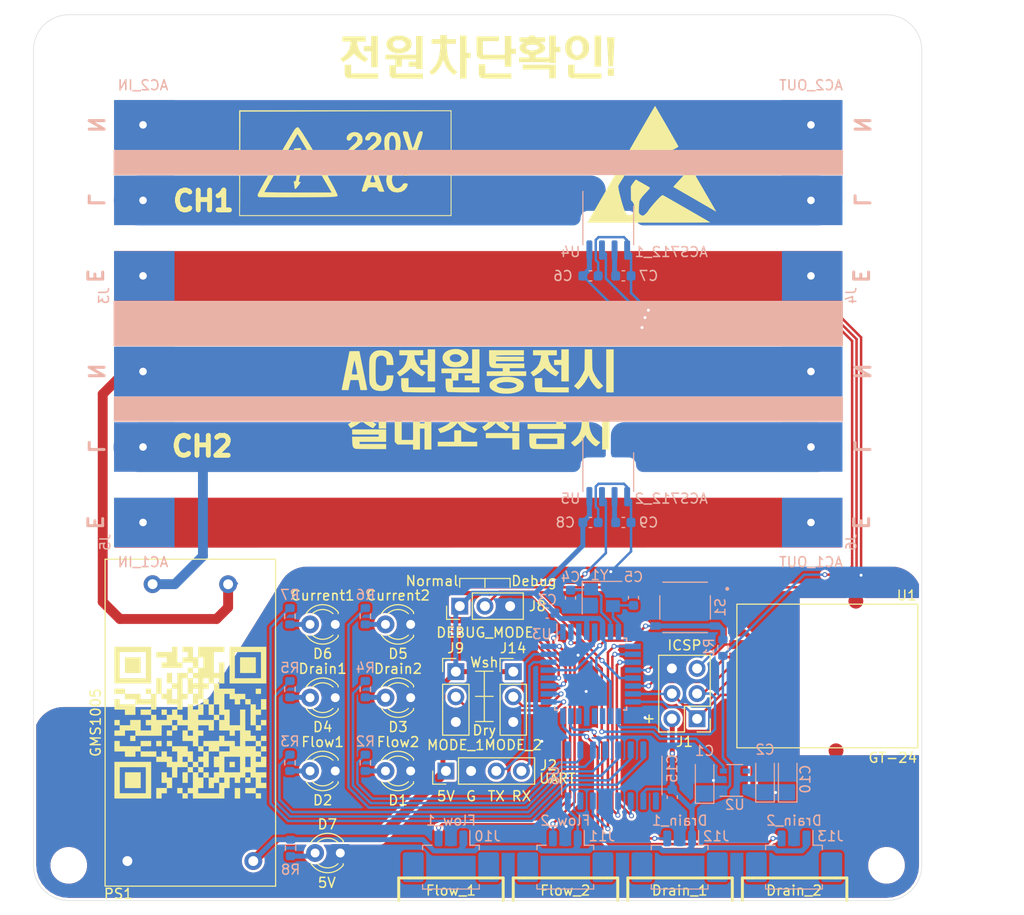
<source format=kicad_pcb>
(kicad_pcb (version 20171130) (host pcbnew "(5.1.12)-1")
  (title_block (title "Ac Current Meter") (date 2022-10-12))
  (layers (0 F.Cu signal) (31 B.Cu signal) (34 B.Paste user) (35 F.Paste user) (36 B.SilkS user) (37 F.SilkS user) (38 B.Mask user) (39 F.Mask user) (44 Edge.Cuts user))
  (net 0 "")
  (net 1 GND)
  (net 2 +5V)
  (net 3 +3V3)
  (net 4 "Net-(C4-Pad2)")
  (net 5 "Net-(C5-Pad2)")
  (net 6 "Net-(C7-Pad1)")
  (net 7 "Net-(C9-Pad1)")
  (net 8 /D12)
  (net 9 /D13)
  (net 10 /D11)
  (net 11 /RST)
  (net 12 /TX)
  (net 13 /RX)
  (net 14 "Net-(J3-Pad2)")
  (net 15 "Net-(J3-Pad3)")
  (net 16 /D8)
  (net 17 /D10)
  (net 18 /D3)
  (net 19 /D4)
  (net 20 /D5)
  (net 21 /D6)
  (net 22 /D7)
  (net 23 /D9)
  (net 24 "Net-(U3-Pad20)")
  (net 25 /A0)
  (net 26 /A1)
  (net 27 /A2)
  (net 28 /A3)
  (net 29 /A4)
  (net 30 /A5)
  (net 31 /D2)
  (net 32 "Net-(J4-Pad2)")
  (net 33 "Net-(J6-Pad2)")
  (net 34 "Net-(D1-Pad2)")
  (net 35 "Net-(D2-Pad2)")
  (net 36 "Net-(D3-Pad2)")
  (net 37 "Net-(D4-Pad2)")
  (net 38 "Net-(D5-Pad2)")
  (net 39 "Net-(D6-Pad2)")
  (net 40 "Net-(H1-Pad1)")
  (net 41 "Net-(H2-Pad1)")
  (net 42 "Net-(H3-Pad1)")
  (net 43 "Net-(H4-Pad1)")
  (net 44 NEUT)
  (net 45 LINE)
  (net 46 /A6)
  (net 47 /A7)
  (net 48 "Net-(U2-Pad4)")
  (net 49 "Net-(R2-Pad1)")
  (net 50 "Net-(R3-Pad1)")
  (net 51 "Net-(R4-Pad1)")
  (net 52 "Net-(R5-Pad1)")
  (net 53 "Net-(R6-Pad1)")
  (net 54 "Net-(R7-Pad1)")
  (net 55 "Net-(U6-Pad1)")
  (net 56 "Net-(U6-Pad9)")
  (net 57 "Net-(U6-Pad15)")
  (net 58 "Net-(U1-Pad7)")
  (net 59 "Net-(D7-Pad2)")
  (net 60 GND1)
  (net 61 GND2)
  (module Package_SO:SO-16_3.9x9.9mm_P1.27mm (layer B.Cu) (at 161.036 120.0912 270)
    (fp_text reference U6 (at 0 5.842 270) (layer B.SilkS) (effects (justify mirror)))
    (fp_text value 74HC595)
    (pad 1 smd roundrect (at -2.575 4.445 270) (size 1.75 0.6) (layers B.Cu B.Paste B.Mask) (net 55 "Net-(U6-Pad1)"))
    (pad 2 smd roundrect (at -2.575 3.175 270) (size 1.75 0.6) (layers B.Cu B.Paste B.Mask) (net 49 "Net-(R2-Pad1)"))
    (pad 3 smd roundrect (at -2.575 1.905 270) (size 1.75 0.6) (layers B.Cu B.Paste B.Mask) (net 51 "Net-(R4-Pad1)"))
    (pad 4 smd roundrect (at -2.575 0.635 270) (size 1.75 0.6) (layers B.Cu B.Paste B.Mask) (net 53 "Net-(R6-Pad1)"))
    (pad 5 smd roundrect (at -2.575 -0.635 270) (size 1.75 0.6) (layers B.Cu B.Paste B.Mask) (net 50 "Net-(R3-Pad1)"))
    (pad 6 smd roundrect (at -2.575 -1.905 270) (size 1.75 0.6) (layers B.Cu B.Paste B.Mask) (net 52 "Net-(R5-Pad1)"))
    (pad 7 smd roundrect (at -2.575 -3.175 270) (size 1.75 0.6) (layers B.Cu B.Paste B.Mask) (net 54 "Net-(R7-Pad1)"))
    (pad 8 smd roundrect (at -2.575 -4.445 270) (size 1.75 0.6) (layers B.Cu B.Paste B.Mask) (net 1 GND))
    (pad 9 smd roundrect (at 2.575 -4.445 270) (size 1.75 0.6) (layers B.Cu B.Paste B.Mask) (net 56 "Net-(U6-Pad9)"))
    (pad 10 smd roundrect (at 2.575 -3.175 270) (size 1.75 0.6) (layers B.Cu B.Paste B.Mask) (net 2 +5V))
    (pad 11 smd roundrect (at 2.575 -1.905 270) (size 1.75 0.6) (layers B.Cu B.Paste B.Mask) (net 22 /D7))
    (pad 12 smd roundrect (at 2.575 -0.635 270) (size 1.75 0.6) (layers B.Cu B.Paste B.Mask) (net 21 /D6))
    (pad 13 smd roundrect (at 2.575 0.635 270) (size 1.75 0.6) (layers B.Cu B.Paste B.Mask) (net 1 GND))
    (pad 14 smd roundrect (at 2.575 1.905 270) (size 1.75 0.6) (layers B.Cu B.Paste B.Mask) (net 20 /D5))
    (pad 15 smd roundrect (at 2.575 3.175 270) (size 1.75 0.6) (layers B.Cu B.Paste B.Mask) (net 57 "Net-(U6-Pad15)"))
    (pad 16 smd roundrect (at 2.575 4.445 270) (size 1.75 0.6) (layers B.Cu B.Paste B.Mask) (net 2 +5V))
  )
  (module KIcad:GMS0505 (layer F.Cu) (at 118.5164 114.7572 270)
    (fp_text reference PS1 (at 17.272 7.2644 180) (layer F.SilkS))
    (fp_text value GMS1005 (at 0 9.5504 90) (layer F.SilkS))
    (pad 4 thru_hole circle (at 13.97 -6.35 270) (size 1.8 1.8) (drill 1) (layers *.Cu *.Mask) (net 2 +5V))
    (pad 1 thru_hole circle (at -13.97 -3.81 270) (size 1.8 1.8) (drill 1) (layers *.Cu *.Mask) (net 45 LINE))
    (pad 2 thru_hole circle (at -13.98 3.81 270) (size 1.8 1.8) (drill 1) (layers *.Cu *.Mask) (net 44 NEUT))
    (pad 3 thru_hole circle (at 13.97 6.35 270) (size 1.8 1.8) (drill 1) (layers *.Cu *.Mask) (net 1 GND))
  )
  (module Connector_PinHeader_2.54mm:PinHeader_1x03_P2.54mm_Vertical (layer F.Cu) (at 151.0919 109.609901)
    (fp_text reference J14 (at -0.0127 -2.371101 180) (layer F.SilkS))
    (fp_text value MODE_2 (at 0 7.41) (layer F.SilkS))
    (pad 1 thru_hole rect (at 0 0) (size 1.7 1.7) (drill 1) (layers *.Cu *.Mask) (net 2 +5V))
    (pad 2 thru_hole oval (at 0 2.54) (size 1.7 1.7) (drill 1) (layers *.Cu *.Mask) (net 28 /A3))
    (pad 3 thru_hole oval (at 0 5.08) (size 1.7 1.7) (drill 1) (layers *.Cu *.Mask) (net 1 GND))
  )
  (module Package_QFP:TQFP-32_7x7mm_P0.8mm (layer B.Cu) (at 158.9024 109.855 270)
    (fp_text reference U3 (at -4.0386 4.9276) (layer B.SilkS) (effects (justify mirror)))
    (fp_text value ATmega328P-AU)
    (pad 1 smd rect (at -4.25 2.8 270) (size 1.6 0.55) (layers B.Cu B.Paste B.Mask) (net 18 /D3))
    (pad 2 smd rect (at -4.25 2 270) (size 1.6 0.55) (layers B.Cu B.Paste B.Mask) (net 19 /D4))
    (pad 3 smd rect (at -4.25 1.2 270) (size 1.6 0.55) (layers B.Cu B.Paste B.Mask) (net 1 GND))
    (pad 4 smd rect (at -4.25 0.4 270) (size 1.6 0.55) (layers B.Cu B.Paste B.Mask) (net 2 +5V))
    (pad 5 smd rect (at -4.25 -0.4 270) (size 1.6 0.55) (layers B.Cu B.Paste B.Mask) (net 1 GND))
    (pad 6 smd rect (at -4.25 -1.2 270) (size 1.6 0.55) (layers B.Cu B.Paste B.Mask) (net 2 +5V))
    (pad 7 smd rect (at -4.25 -2 270) (size 1.6 0.55) (layers B.Cu B.Paste B.Mask) (net 4 "Net-(C4-Pad2)"))
    (pad 8 smd rect (at -4.25 -2.8 270) (size 1.6 0.55) (layers B.Cu B.Paste B.Mask) (net 5 "Net-(C5-Pad2)"))
    (pad 9 smd rect (at -2.8 -4.25 180) (size 1.6 0.55) (layers B.Cu B.Paste B.Mask) (net 20 /D5))
    (pad 10 smd rect (at -2 -4.25 180) (size 1.6 0.55) (layers B.Cu B.Paste B.Mask) (net 21 /D6))
    (pad 11 smd rect (at -1.2 -4.25 180) (size 1.6 0.55) (layers B.Cu B.Paste B.Mask) (net 22 /D7))
    (pad 12 smd rect (at -0.4 -4.25 180) (size 1.6 0.55) (layers B.Cu B.Paste B.Mask) (net 16 /D8))
    (pad 13 smd rect (at 0.4 -4.25 180) (size 1.6 0.55) (layers B.Cu B.Paste B.Mask) (net 23 /D9))
    (pad 14 smd rect (at 1.2 -4.25 180) (size 1.6 0.55) (layers B.Cu B.Paste B.Mask) (net 17 /D10))
    (pad 15 smd rect (at 2 -4.25 180) (size 1.6 0.55) (layers B.Cu B.Paste B.Mask) (net 10 /D11))
    (pad 16 smd rect (at 2.8 -4.25 180) (size 1.6 0.55) (layers B.Cu B.Paste B.Mask) (net 8 /D12))
    (pad 17 smd rect (at 4.25 -2.8 270) (size 1.6 0.55) (layers B.Cu B.Paste B.Mask) (net 9 /D13))
    (pad 18 smd rect (at 4.25 -2 270) (size 1.6 0.55) (layers B.Cu B.Paste B.Mask) (net 2 +5V))
    (pad 19 smd rect (at 4.25 -1.2 270) (size 1.6 0.55) (layers B.Cu B.Paste B.Mask) (net 46 /A6))
    (pad 20 smd rect (at 4.25 -0.4 270) (size 1.6 0.55) (layers B.Cu B.Paste B.Mask) (net 24 "Net-(U3-Pad20)"))
    (pad 21 smd rect (at 4.25 0.4 270) (size 1.6 0.55) (layers B.Cu B.Paste B.Mask) (net 1 GND))
    (pad 22 smd rect (at 4.25 1.2 270) (size 1.6 0.55) (layers B.Cu B.Paste B.Mask) (net 47 /A7))
    (pad 23 smd rect (at 4.25 2 270) (size 1.6 0.55) (layers B.Cu B.Paste B.Mask) (net 25 /A0))
    (pad 24 smd rect (at 4.25 2.8 270) (size 1.6 0.55) (layers B.Cu B.Paste B.Mask) (net 26 /A1))
    (pad 25 smd rect (at 2.8 4.25 180) (size 1.6 0.55) (layers B.Cu B.Paste B.Mask) (net 27 /A2))
    (pad 26 smd rect (at 2 4.25 180) (size 1.6 0.55) (layers B.Cu B.Paste B.Mask) (net 28 /A3))
    (pad 27 smd rect (at 1.2 4.25 180) (size 1.6 0.55) (layers B.Cu B.Paste B.Mask) (net 29 /A4))
    (pad 28 smd rect (at 0.4 4.25 180) (size 1.6 0.55) (layers B.Cu B.Paste B.Mask) (net 30 /A5))
    (pad 29 smd rect (at -0.4 4.25 180) (size 1.6 0.55) (layers B.Cu B.Paste B.Mask) (net 11 /RST))
    (pad 30 smd rect (at -1.2 4.25 180) (size 1.6 0.55) (layers B.Cu B.Paste B.Mask) (net 13 /RX))
    (pad 31 smd rect (at -2 4.25 180) (size 1.6 0.55) (layers B.Cu B.Paste B.Mask) (net 12 /TX))
    (pad 32 smd rect (at -2.8 4.25 180) (size 1.6 0.55) (layers B.Cu B.Paste B.Mask) (net 31 /D2))
  )
  (module KIcad:SMD_762 (layer B.Cu) (at 181.2504 86.9315 90)
    (fp_text reference J6 (at -9.62 3.941 270) (layer B.SilkS) (effects (justify mirror)))
    (fp_text value AC1_OUT (at -11.6205 -0.123) (layer B.SilkS) (effects (justify mirror)))
    (pad 1 thru_hole circle (at -7.62 -0.127 90) (size 1.524 1.524) (drill 0.762) (layers *.Cu *.Mask) (net 61 GND2))
    (pad 3 thru_hole circle (at 7.62 -0.127 90) (size 1.524 1.524) (drill 0.762) (layers *.Cu *.Mask) (net 45 LINE))
    (pad 2 thru_hole circle (at 0 -0.127 90) (size 1.524 1.524) (drill 0.762) (layers *.Cu *.Mask) (net 33 "Net-(J6-Pad2)"))
    (pad 3 smd trapezoid (at 7.62 0 90) (size 5 6.1) (layers B.Cu B.Paste B.Mask) (net 45 LINE))
    (pad 2 smd trapezoid (at 0 0 90) (size 5 6.1) (layers B.Cu B.Paste B.Mask) (net 33 "Net-(J6-Pad2)"))
    (pad 1 smd trapezoid (at -7.62 0 90) (size 5 6.1) (layers B.Cu B.Paste B.Mask) (net 61 GND2))
  )
  (module KIcad:SMD_762 (layer B.Cu) (at 113.8682 86.9315 90)
    (fp_text reference J5 (at -9.62 -3.937 -90) (layer B.SilkS) (effects (justify mirror)))
    (fp_text value AC1_IN (at -11.6205 -0.127) (layer B.SilkS) (effects (justify mirror)))
    (pad 1 thru_hole circle (at -7.62 -0.127 90) (size 1.524 1.524) (drill 0.762) (layers *.Cu *.Mask) (net 61 GND2))
    (pad 3 thru_hole circle (at 7.62 -0.127 90) (size 1.524 1.524) (drill 0.762) (layers *.Cu *.Mask) (net 45 LINE))
    (pad 2 thru_hole circle (at 0 -0.127 90) (size 1.524 1.524) (drill 0.762) (layers *.Cu *.Mask) (net 44 NEUT))
    (pad 3 smd trapezoid (at 7.62 0 90) (size 5 6.1) (layers B.Cu B.Paste B.Mask) (net 45 LINE))
    (pad 2 smd trapezoid (at 0 0 90) (size 5 6.1) (layers B.Cu B.Paste B.Mask) (net 44 NEUT))
    (pad 1 smd trapezoid (at -7.62 0 90) (size 5 6.1) (layers B.Cu B.Paste B.Mask) (net 61 GND2))
  )
  (module KIcad:SMD_762 (layer B.Cu) (at 181.2504 62.0395 90)
    (fp_text reference J4 (at -9.62 3.941 -90) (layer B.SilkS) (effects (justify mirror)))
    (fp_text value AC2_OUT (at 11.6205 -0.123) (layer B.SilkS) (effects (justify mirror)))
    (pad 1 thru_hole circle (at -7.62 -0.127 90) (size 1.524 1.524) (drill 0.762) (layers *.Cu *.Mask) (net 60 GND1))
    (pad 3 thru_hole circle (at 7.62 -0.127 90) (size 1.524 1.524) (drill 0.762) (layers *.Cu *.Mask) (net 15 "Net-(J3-Pad3)"))
    (pad 2 thru_hole circle (at 0 -0.127 90) (size 1.524 1.524) (drill 0.762) (layers *.Cu *.Mask) (net 32 "Net-(J4-Pad2)"))
    (pad 3 smd trapezoid (at 7.62 0 90) (size 5 6.1) (layers B.Cu B.Paste B.Mask) (net 15 "Net-(J3-Pad3)"))
    (pad 2 smd trapezoid (at 0 0 90) (size 5 6.1) (layers B.Cu B.Paste B.Mask) (net 32 "Net-(J4-Pad2)"))
    (pad 1 smd trapezoid (at -7.62 0 90) (size 5 6.1) (layers B.Cu B.Paste B.Mask) (net 60 GND1))
  )
  (module KIcad:SMD_762 (layer B.Cu) (at 113.8682 62.0395 90)
    (fp_text reference J3 (at -9.62 -4.064 90) (layer B.SilkS) (effects (justify mirror)))
    (fp_text value AC2_IN (at 11.6205 -0.127) (layer B.SilkS) (effects (justify mirror)))
    (pad 1 thru_hole circle (at -7.62 -0.127 90) (size 1.524 1.524) (drill 0.762) (layers *.Cu *.Mask) (net 60 GND1))
    (pad 3 thru_hole circle (at 7.62 -0.127 90) (size 1.524 1.524) (drill 0.762) (layers *.Cu *.Mask) (net 15 "Net-(J3-Pad3)"))
    (pad 2 thru_hole circle (at 0 -0.127 90) (size 1.524 1.524) (drill 0.762) (layers *.Cu *.Mask) (net 14 "Net-(J3-Pad2)"))
    (pad 3 smd trapezoid (at 7.62 0 90) (size 5 6.1) (layers B.Cu B.Paste B.Mask) (net 15 "Net-(J3-Pad3)"))
    (pad 2 smd trapezoid (at 0 0 90) (size 5 6.1) (layers B.Cu B.Paste B.Mask) (net 14 "Net-(J3-Pad2)"))
    (pad 1 smd trapezoid (at -7.62 0 90) (size 5 6.1) (layers B.Cu B.Paste B.Mask) (net 60 GND1))
  )
  (module KIcad:qrcode (layer F.Cu) (at 118.430676 114.671475)
    (fp_text reference G*** hide)
    (fp_text value LOGO hide)
  )
  (module Connector_Molex:Molex_PicoBlade_53261-0371_1x03-1MP_P1.25mm_Horizontal (layer B.Cu) (at 179.4129 128.8415 180)
    (fp_text reference J13 (at -3.683 2.622) (layer B.SilkS) (effects (justify mirror)))
    (fp_text value Drain_2 (at 0 4.201) (layer B.SilkS) (effects (justify mirror)))
    (pad MP smd roundrect (at 3.8 -0.5 180) (size 2.1 3) (layers B.Cu B.Paste B.Mask) (roundrect_rratio 0.1190471428571429))
    (pad MP smd roundrect (at -3.8 -0.5 180) (size 2.1 3) (layers B.Cu B.Paste B.Mask) (roundrect_rratio 0.1190471428571429))
    (pad 3 smd roundrect (at 1.25 2.4 180) (size 0.8 1.6) (layers B.Cu B.Paste B.Mask) (net 26 /A1))
    (pad 2 smd roundrect (at 0 2.4 180) (size 0.8 1.6) (layers B.Cu B.Paste B.Mask) (net 1 GND))
    (pad 1 smd roundrect (at -1.25 2.4 180) (size 0.8 1.6) (layers B.Cu B.Paste B.Mask) (net 2 +5V))
  )
  (module KIcad:SMD_762_MountHole (layer F.Cu) (at 105.7402 86.9315 90)
    (fp_text reference REF**)
    (fp_text value SMD_762_MountHole)
    (pad "" np_thru_hole oval (at 10.12 0.254 90) (size 1.5 3) (drill oval 1.5 3) (layers *.Cu *.Mask))
    (pad "" np_thru_hole oval (at -2.5 0.254 90) (size 1.5 3) (drill oval 1.5 3) (layers *.Cu *.Mask))
    (pad "" np_thru_hole oval (at -10.12 0.254 90) (size 1.5 3) (drill oval 1.5 3) (layers *.Cu *.Mask))
    (pad "" np_thru_hole oval (at 2.5 0.254 90) (size 1.5 3) (drill oval 1.5 3) (layers *.Cu *.Mask))
    (pad "" np_thru_hole oval (at 5.12 0.254 90) (size 1.5 3) (drill oval 1.5 3) (layers *.Cu *.Mask))
    (pad "" np_thru_hole oval (at -5.12 0.254 90) (size 1.5 3) (drill oval 1.5 3) (layers *.Cu *.Mask))
  )
  (module KIcad:SMD_762_MountHole (layer F.Cu) (at 105.7402 62.0395 90)
    (fp_text reference REF**)
    (fp_text value SMD_762_MountHole)
    (pad "" np_thru_hole oval (at 10.12 0.254 90) (size 1.5 3) (drill oval 1.5 3) (layers *.Cu *.Mask))
    (pad "" np_thru_hole oval (at -2.5 0.254 90) (size 1.5 3) (drill oval 1.5 3) (layers *.Cu *.Mask))
    (pad "" np_thru_hole oval (at -10.12 0.254 90) (size 1.5 3) (drill oval 1.5 3) (layers *.Cu *.Mask))
    (pad "" np_thru_hole oval (at 2.5 0.254 90) (size 1.5 3) (drill oval 1.5 3) (layers *.Cu *.Mask))
    (pad "" np_thru_hole oval (at 5.12 0.254 90) (size 1.5 3) (drill oval 1.5 3) (layers *.Cu *.Mask))
    (pad "" np_thru_hole oval (at -5.12 0.254 90) (size 1.5 3) (drill oval 1.5 3) (layers *.Cu *.Mask))
  )
  (module KIcad:SMD_762_MountHole (layer F.Cu) (at 189.0014 86.9315 90)
    (fp_text reference REF**)
    (fp_text value SMD_762_MountHole)
    (pad "" np_thru_hole oval (at 10.12 0.254 90) (size 1.5 3) (drill oval 1.5 3) (layers *.Cu *.Mask))
    (pad "" np_thru_hole oval (at -2.5 0.254 90) (size 1.5 3) (drill oval 1.5 3) (layers *.Cu *.Mask))
    (pad "" np_thru_hole oval (at -10.12 0.254 90) (size 1.5 3) (drill oval 1.5 3) (layers *.Cu *.Mask))
    (pad "" np_thru_hole oval (at 2.5 0.254 90) (size 1.5 3) (drill oval 1.5 3) (layers *.Cu *.Mask))
    (pad "" np_thru_hole oval (at 5.12 0.254 90) (size 1.5 3) (drill oval 1.5 3) (layers *.Cu *.Mask))
    (pad "" np_thru_hole oval (at -5.12 0.254 90) (size 1.5 3) (drill oval 1.5 3) (layers *.Cu *.Mask))
  )
  (module KIcad:SMD_762_MountHole (layer F.Cu) (at 189.0014 62.0395 90)
    (fp_text reference REF**)
    (fp_text value SMD_762_MountHole)
    (pad "" np_thru_hole oval (at 10.12 0.254 90) (size 1.5 3) (drill oval 1.5 3) (layers *.Cu *.Mask))
    (pad "" np_thru_hole oval (at -2.5 0.254 90) (size 1.5 3) (drill oval 1.5 3) (layers *.Cu *.Mask))
    (pad "" np_thru_hole oval (at -10.12 0.254 90) (size 1.5 3) (drill oval 1.5 3) (layers *.Cu *.Mask))
    (pad "" np_thru_hole oval (at 2.5 0.254 90) (size 1.5 3) (drill oval 1.5 3) (layers *.Cu *.Mask))
    (pad "" np_thru_hole oval (at 5.12 0.254 90) (size 1.5 3) (drill oval 1.5 3) (layers *.Cu *.Mask))
    (pad "" np_thru_hole oval (at -5.12 0.254 90) (size 1.5 3) (drill oval 1.5 3) (layers *.Cu *.Mask))
  )
  (module KIcad:caution2 (layer F.Cu) (at 147.477613 47.5742)
    (fp_text reference G*** hide)
    (fp_text value LOGO hide)
  )
  (module KIcad:caution (layer F.Cu) (at 147.4978 82.111017)
    (fp_text reference G*** hide)
    (fp_text value LOGO hide)
  )
  (module Connector_PinHeader_2.54mm:PinHeader_1x04_P2.54mm_Vertical (layer F.Cu) (at 144.2974 119.634 90)
    (fp_text reference J2 (at 0.5715 10.3505 180) (layer F.SilkS))
    (fp_text value UART (at -0.762 11.2395 180) (layer F.SilkS))
    (pad 1 thru_hole rect (at 0 0 90) (size 1.7 1.7) (drill 1) (layers *.Cu *.Mask) (net 2 +5V))
    (pad 2 thru_hole oval (at 0 2.54 90) (size 1.7 1.7) (drill 1) (layers *.Cu *.Mask) (net 1 GND))
    (pad 3 thru_hole oval (at 0 5.08 90) (size 1.7 1.7) (drill 1) (layers *.Cu *.Mask) (net 12 /TX))
    (pad 4 thru_hole oval (at 0 7.62 90) (size 1.7 1.7) (drill 1) (layers *.Cu *.Mask) (net 13 /RX))
  )
  (module Symbol:ESD-Logo_13.2x12mm_SilkScreen (layer F.Cu) (at 165.08584 58.3692)
    (fp_text reference REF** hide)
    (fp_text value ESD-Logo_13.2x12mm_SilkScreen hide)
  )
  (module KIcad:220v (layer F.Cu) (at 134.108656 58.3692)
    (fp_text reference G*** hide)
    (fp_text value LOGO hide)
  )
  (module Capacitor_SMD:C_0603_1608Metric (layer B.Cu) (at 154.5209 103.6955)
    (fp_text reference C3 (at 0 -1.3335) (layer B.SilkS) (effects (justify mirror)))
    (fp_text value 100nf)
    (pad 2 smd roundrect (at 0.775 0) (size 0.9 0.95) (layers B.Cu B.Paste B.Mask) (net 2 +5V))
    (pad 1 smd roundrect (at -0.775 0) (size 0.9 0.95) (layers B.Cu B.Paste B.Mask) (net 1 GND))
  )
  (module Capacitor_SMD:C_0603_1608Metric (layer B.Cu) (at 156.8704 102.1461 90)
    (fp_text reference C4 (at 2.0955 0 180) (layer B.SilkS) (effects (justify mirror)))
    (fp_text value 22pf)
    (pad 1 smd roundrect (at -0.775 0 90) (size 0.9 0.95) (layers B.Cu B.Paste B.Mask) (net 1 GND))
    (pad 2 smd roundrect (at 0.775 0 90) (size 0.9 0.95) (layers B.Cu B.Paste B.Mask) (net 4 "Net-(C4-Pad2)"))
  )
  (module Capacitor_SMD:C_0603_1608Metric (layer B.Cu) (at 163.2204 102.1461 270)
    (fp_text reference C5 (at -2.0955 0 180) (layer B.SilkS) (effects (justify mirror)))
    (fp_text value 22pf)
    (pad 2 smd roundrect (at 0.775 0 270) (size 0.9 0.95) (layers B.Cu B.Paste B.Mask) (net 5 "Net-(C5-Pad2)"))
    (pad 1 smd roundrect (at -0.775 0 270) (size 0.9 0.95) (layers B.Cu B.Paste B.Mask) (net 1 GND))
  )
  (module Capacitor_SMD:C_0603_1608Metric (layer B.Cu) (at 158.8844 69.6595)
    (fp_text reference C6 (at -2.781 0) (layer B.SilkS) (effects (justify mirror)))
    (fp_text value 100nf)
    (pad 2 smd roundrect (at 0.775 0) (size 0.9 0.95) (layers B.Cu B.Paste B.Mask) (net 1 GND))
    (pad 1 smd roundrect (at -0.775 0) (size 0.9 0.95) (layers B.Cu B.Paste B.Mask) (net 2 +5V))
  )
  (module Capacitor_SMD:C_0603_1608Metric (layer B.Cu) (at 162.1994 69.6595)
    (fp_text reference C7 (at 2.54 0) (layer B.SilkS) (effects (justify mirror)))
    (fp_text value 1nf)
    (pad 1 smd roundrect (at -0.775 0) (size 0.9 0.95) (layers B.Cu B.Paste B.Mask) (net 6 "Net-(C7-Pad1)"))
    (pad 2 smd roundrect (at 0.775 0) (size 0.9 0.95) (layers B.Cu B.Paste B.Mask) (net 1 GND))
  )
  (module Capacitor_SMD:C_0603_1608Metric (layer B.Cu) (at 158.8844 94.5515)
    (fp_text reference C8 (at -2.54 0) (layer B.SilkS) (effects (justify mirror)))
    (fp_text value 100nf)
    (pad 1 smd roundrect (at -0.775 0) (size 0.9 0.95) (layers B.Cu B.Paste B.Mask) (net 2 +5V))
    (pad 2 smd roundrect (at 0.775 0) (size 0.9 0.95) (layers B.Cu B.Paste B.Mask) (net 1 GND))
  )
  (module Capacitor_SMD:C_0603_1608Metric (layer B.Cu) (at 162.1994 94.5515)
    (fp_text reference C9 (at 2.54 0) (layer B.SilkS) (effects (justify mirror)))
    (fp_text value 1nf)
    (pad 2 smd roundrect (at 0.775 0) (size 0.9 0.95) (layers B.Cu B.Paste B.Mask) (net 1 GND))
    (pad 1 smd roundrect (at -0.775 0) (size 0.9 0.95) (layers B.Cu B.Paste B.Mask) (net 7 "Net-(C9-Pad1)"))
  )
  (module Resistor_SMD:R_0603_1608Metric (layer B.Cu) (at 172.2374 107.188 270)
    (fp_text reference R1 (at 0 1.397 90) (layer B.SilkS) (effects (justify mirror)))
    (fp_text value 10k)
    (pad 2 smd roundrect (at 0.825 0 270) (size 0.8 0.95) (layers B.Cu B.Paste B.Mask) (net 2 +5V))
    (pad 1 smd roundrect (at -0.825 0 270) (size 0.8 0.95) (layers B.Cu B.Paste B.Mask) (net 11 /RST))
  )
  (module KIcad:SW_TS-1187A-B-A-B (layer B.Cu) (at 168.4274 103.124 180)
    (fp_text reference S1 (at -3.556 0 90) (layer B.SilkS) (effects (justify mirror)))
    (fp_text value RST)
    (pad D smd rect (at 3 -1.875 180) (size 1 0.75) (layers B.Cu B.Paste B.Mask) (net 11 /RST))
    (pad C smd rect (at -3 -1.875 180) (size 1 0.75) (layers B.Cu B.Paste B.Mask) (net 11 /RST))
    (pad B smd rect (at 3 1.875 180) (size 1 0.75) (layers B.Cu B.Paste B.Mask) (net 1 GND))
    (pad A smd rect (at -3 1.875 180) (size 1 0.75) (layers B.Cu B.Paste B.Mask) (net 1 GND))
  )
  (module Package_SO:SOIC-8_3.9x4.9mm_P1.27mm (layer B.Cu) (at 160.6754 64.5795 270)
    (fp_text reference U4 (at 2.667 3.81) (layer B.SilkS) (effects (justify mirror)))
    (fp_text value ACS712_1 (at 2.667 -6.35) (layer B.SilkS) (effects (justify mirror)))
    (pad 8 smd roundrect (at 2.475 1.905 270) (size 1.95 0.6) (layers B.Cu B.Paste B.Mask) (net 2 +5V))
    (pad 7 smd roundrect (at 2.475 0.635 270) (size 1.95 0.6) (layers B.Cu B.Paste B.Mask) (net 29 /A4))
    (pad 6 smd roundrect (at 2.475 -0.635 270) (size 1.95 0.6) (layers B.Cu B.Paste B.Mask) (net 6 "Net-(C7-Pad1)"))
    (pad 5 smd roundrect (at 2.475 -1.905 270) (size 1.95 0.6) (layers B.Cu B.Paste B.Mask) (net 1 GND))
    (pad 4 smd roundrect (at -2.475 -1.905 270) (size 1.95 0.6) (layers B.Cu B.Paste B.Mask) (net 32 "Net-(J4-Pad2)"))
    (pad 3 smd roundrect (at -2.475 -0.635 270) (size 1.95 0.6) (layers B.Cu B.Paste B.Mask) (net 32 "Net-(J4-Pad2)"))
    (pad 2 smd roundrect (at -2.475 0.635 270) (size 1.95 0.6) (layers B.Cu B.Paste B.Mask) (net 14 "Net-(J3-Pad2)"))
    (pad 1 smd roundrect (at -2.475 1.905 270) (size 1.95 0.6) (layers B.Cu B.Paste B.Mask) (net 14 "Net-(J3-Pad2)"))
  )
  (module Package_SO:SOIC-8_3.9x4.9mm_P1.27mm (layer B.Cu) (at 160.6754 89.4715 270)
    (fp_text reference U5 (at 2.667 3.81) (layer B.SilkS) (effects (justify mirror)))
    (fp_text value ACS712_2 (at 2.667 -6.35) (layer B.SilkS) (effects (justify mirror)))
    (pad 1 smd roundrect (at -2.475 1.905 270) (size 1.95 0.6) (layers B.Cu B.Paste B.Mask) (net 44 NEUT))
    (pad 2 smd roundrect (at -2.475 0.635 270) (size 1.95 0.6) (layers B.Cu B.Paste B.Mask) (net 44 NEUT))
    (pad 3 smd roundrect (at -2.475 -0.635 270) (size 1.95 0.6) (layers B.Cu B.Paste B.Mask) (net 33 "Net-(J6-Pad2)"))
    (pad 4 smd roundrect (at -2.475 -1.905 270) (size 1.95 0.6) (layers B.Cu B.Paste B.Mask) (net 33 "Net-(J6-Pad2)"))
    (pad 5 smd roundrect (at 2.475 -1.905 270) (size 1.95 0.6) (layers B.Cu B.Paste B.Mask) (net 1 GND))
    (pad 6 smd roundrect (at 2.475 -0.635 270) (size 1.95 0.6) (layers B.Cu B.Paste B.Mask) (net 7 "Net-(C9-Pad1)"))
    (pad 7 smd roundrect (at 2.475 0.635 270) (size 1.95 0.6) (layers B.Cu B.Paste B.Mask) (net 30 /A5))
    (pad 8 smd roundrect (at 2.475 1.905 270) (size 1.95 0.6) (layers B.Cu B.Paste B.Mask) (net 2 +5V))
  )
  (module Crystal:Crystal_SMD_3225-4Pin_3.2x2.5mm (layer B.Cu) (at 160.0454 102.1461)
    (fp_text reference Y1 (at -0.254 -2.286 180) (layer B.SilkS) (effects (justify mirror)))
    (fp_text value 16Mhz)
    (pad 1 smd rect (at -1.1 -0.85) (size 1.4 1.2) (layers B.Cu B.Paste B.Mask) (net 4 "Net-(C4-Pad2)"))
    (pad 2 smd rect (at 1.1 -0.85) (size 1.4 1.2) (layers B.Cu B.Paste B.Mask) (net 1 GND))
    (pad 3 smd rect (at 1.1 0.85) (size 1.4 1.2) (layers B.Cu B.Paste B.Mask) (net 5 "Net-(C5-Pad2)"))
    (pad 4 smd rect (at -1.1 0.85) (size 1.4 1.2) (layers B.Cu B.Paste B.Mask) (net 1 GND))
  )
  (module Connector_Molex:Molex_PicoBlade_53261-0371_1x03-1MP_P1.25mm_Horizontal (layer B.Cu) (at 144.8054 128.8415 180)
    (fp_text reference J10 (at -3.683 2.622) (layer B.SilkS) (effects (justify mirror)))
    (fp_text value Flow_1 (at 0 4.201) (layer B.SilkS) (effects (justify mirror)))
    (pad 1 smd roundrect (at -1.25 2.4 180) (size 0.8 1.6) (layers B.Cu B.Paste B.Mask) (net 2 +5V))
    (pad 2 smd roundrect (at 0 2.4 180) (size 0.8 1.6) (layers B.Cu B.Paste B.Mask) (net 1 GND))
    (pad 3 smd roundrect (at 1.25 2.4 180) (size 0.8 1.6) (layers B.Cu B.Paste B.Mask) (net 18 /D3))
    (pad MP smd roundrect (at -3.8 -0.5 180) (size 2.1 3) (layers B.Cu B.Paste B.Mask) (roundrect_rratio 0.1190471428571429))
    (pad MP smd roundrect (at 3.8 -0.5 180) (size 2.1 3) (layers B.Cu B.Paste B.Mask) (roundrect_rratio 0.1190471428571429))
  )
  (module Connector_Molex:Molex_PicoBlade_53261-0371_1x03-1MP_P1.25mm_Horizontal (layer B.Cu) (at 156.341233 128.8415 180)
    (fp_text reference J11 (at -3.683 2.622) (layer B.SilkS) (effects (justify mirror)))
    (fp_text value Flow_2 (at 0 4.201) (layer B.SilkS) (effects (justify mirror)))
    (pad MP smd roundrect (at 3.8 -0.5 180) (size 2.1 3) (layers B.Cu B.Paste B.Mask) (roundrect_rratio 0.1190471428571429))
    (pad MP smd roundrect (at -3.8 -0.5 180) (size 2.1 3) (layers B.Cu B.Paste B.Mask) (roundrect_rratio 0.1190471428571429))
    (pad 3 smd roundrect (at 1.25 2.4 180) (size 0.8 1.6) (layers B.Cu B.Paste B.Mask) (net 31 /D2))
    (pad 2 smd roundrect (at 0 2.4 180) (size 0.8 1.6) (layers B.Cu B.Paste B.Mask) (net 1 GND))
    (pad 1 smd roundrect (at -1.25 2.4 180) (size 0.8 1.6) (layers B.Cu B.Paste B.Mask) (net 2 +5V))
  )
  (module Connector_Molex:Molex_PicoBlade_53261-0371_1x03-1MP_P1.25mm_Horizontal (layer B.Cu) (at 167.877066 128.8415 180)
    (fp_text reference J12 (at -3.683 2.622) (layer B.SilkS) (effects (justify mirror)))
    (fp_text value Drain_1 (at 0 4.201) (layer B.SilkS) (effects (justify mirror)))
    (pad 1 smd roundrect (at -1.25 2.4 180) (size 0.8 1.6) (layers B.Cu B.Paste B.Mask) (net 2 +5V))
    (pad 2 smd roundrect (at 0 2.4 180) (size 0.8 1.6) (layers B.Cu B.Paste B.Mask) (net 1 GND))
    (pad 3 smd roundrect (at 1.25 2.4 180) (size 0.8 1.6) (layers B.Cu B.Paste B.Mask) (net 25 /A0))
    (pad MP smd roundrect (at -3.8 -0.5 180) (size 2.1 3) (layers B.Cu B.Paste B.Mask) (roundrect_rratio 0.1190471428571429))
    (pad MP smd roundrect (at 3.8 -0.5 180) (size 2.1 3) (layers B.Cu B.Paste B.Mask) (roundrect_rratio 0.1190471428571429))
  )
  (module Connector_PinHeader_2.54mm:PinHeader_2x03_P2.54mm_Vertical (layer F.Cu) (at 169.6339 114.3635 180)
    (fp_text reference J1 (at 1.27 -2.33) (layer F.SilkS))
    (fp_text value ICSP (at 1.27 7.41) (layer F.SilkS))
    (pad 1 thru_hole rect (at 0 0 180) (size 1.7 1.7) (drill 1) (layers *.Cu *.Mask) (net 8 /D12))
    (pad 2 thru_hole oval (at 2.54 0 180) (size 1.7 1.7) (drill 1) (layers *.Cu *.Mask) (net 2 +5V))
    (pad 3 thru_hole oval (at 0 2.54 180) (size 1.7 1.7) (drill 1) (layers *.Cu *.Mask) (net 9 /D13))
    (pad 4 thru_hole oval (at 2.54 2.54 180) (size 1.7 1.7) (drill 1) (layers *.Cu *.Mask) (net 10 /D11))
    (pad 5 thru_hole oval (at 0 5.08 180) (size 1.7 1.7) (drill 1) (layers *.Cu *.Mask) (net 11 /RST))
    (pad 6 thru_hole oval (at 2.54 5.08 180) (size 1.7 1.7) (drill 1) (layers *.Cu *.Mask) (net 1 GND))
  )
  (module LED_THT:LED_D3.0mm (layer F.Cu) (at 140.7414 119.634 180)
    (fp_text reference D1 (at 1.27 -2.96) (layer F.SilkS))
    (fp_text value Flow2 (at 1.27 2.921) (layer F.SilkS))
    (pad 1 thru_hole rect (at 0 0 180) (size 1.8 1.8) (drill 0.9) (layers *.Cu *.Mask) (net 1 GND))
    (pad 2 thru_hole circle (at 2.54 0 180) (size 1.8 1.8) (drill 0.9) (layers *.Cu *.Mask) (net 34 "Net-(D1-Pad2)"))
  )
  (module LED_THT:LED_D3.0mm (layer F.Cu) (at 133.1341 119.634 180)
    (fp_text reference D2 (at 1.27 -2.96) (layer F.SilkS))
    (fp_text value Flow1 (at 1.27 2.921) (layer F.SilkS))
    (pad 1 thru_hole rect (at 0 0 180) (size 1.8 1.8) (drill 0.9) (layers *.Cu *.Mask) (net 1 GND))
    (pad 2 thru_hole circle (at 2.54 0 180) (size 1.8 1.8) (drill 0.9) (layers *.Cu *.Mask) (net 35 "Net-(D2-Pad2)"))
  )
  (module LED_THT:LED_D3.0mm (layer F.Cu) (at 140.7414 112.23625 180)
    (fp_text reference D3 (at 1.27 -2.96) (layer F.SilkS))
    (fp_text value Drain2 (at 1.27 2.921) (layer F.SilkS))
    (pad 2 thru_hole circle (at 2.54 0 180) (size 1.8 1.8) (drill 0.9) (layers *.Cu *.Mask) (net 36 "Net-(D3-Pad2)"))
    (pad 1 thru_hole rect (at 0 0 180) (size 1.8 1.8) (drill 0.9) (layers *.Cu *.Mask) (net 1 GND))
  )
  (module LED_THT:LED_D3.0mm (layer F.Cu) (at 133.1341 112.23625 180)
    (fp_text reference D4 (at 1.27 -2.96) (layer F.SilkS))
    (fp_text value Drain1 (at 1.27 2.921) (layer F.SilkS))
    (pad 1 thru_hole rect (at 0 0 180) (size 1.8 1.8) (drill 0.9) (layers *.Cu *.Mask) (net 1 GND))
    (pad 2 thru_hole circle (at 2.54 0 180) (size 1.8 1.8) (drill 0.9) (layers *.Cu *.Mask) (net 37 "Net-(D4-Pad2)"))
  )
  (module LED_THT:LED_D3.0mm (layer F.Cu) (at 140.7414 104.8385 180)
    (fp_text reference D5 (at 1.27 -2.96) (layer F.SilkS))
    (fp_text value Current2 (at 1.27 2.921) (layer F.SilkS))
    (pad 1 thru_hole rect (at 0 0 180) (size 1.8 1.8) (drill 0.9) (layers *.Cu *.Mask) (net 1 GND))
    (pad 2 thru_hole circle (at 2.54 0 180) (size 1.8 1.8) (drill 0.9) (layers *.Cu *.Mask) (net 38 "Net-(D5-Pad2)"))
  )
  (module LED_THT:LED_D3.0mm (layer F.Cu) (at 133.1341 104.8385 180)
    (fp_text reference D6 (at 1.27 -2.96) (layer F.SilkS))
    (fp_text value Current1 (at 1.27 2.921) (layer F.SilkS))
    (pad 2 thru_hole circle (at 2.54 0 180) (size 1.8 1.8) (drill 0.9) (layers *.Cu *.Mask) (net 39 "Net-(D6-Pad2)"))
    (pad 1 thru_hole rect (at 0 0 180) (size 1.8 1.8) (drill 0.9) (layers *.Cu *.Mask) (net 1 GND))
  )
  (module Resistor_SMD:R_0603_1608Metric (layer B.Cu) (at 136.1694 118.8085 270)
    (fp_text reference R2 (at -2.1595 0 180) (layer B.SilkS) (effects (justify mirror)))
    (fp_text value 330)
    (pad 1 smd roundrect (at -0.825 0 270) (size 0.8 0.95) (layers B.Cu B.Paste B.Mask) (net 49 "Net-(R2-Pad1)"))
    (pad 2 smd roundrect (at 0.825 0 270) (size 0.8 0.95) (layers B.Cu B.Paste B.Mask) (net 34 "Net-(D1-Pad2)"))
  )
  (module Resistor_SMD:R_0603_1608Metric (layer B.Cu) (at 128.5621 118.8085 270)
    (fp_text reference R3 (at -2.159 0 180) (layer B.SilkS) (effects (justify mirror)))
    (fp_text value 330)
    (pad 1 smd roundrect (at -0.825 0 270) (size 0.8 0.95) (layers B.Cu B.Paste B.Mask) (net 50 "Net-(R3-Pad1)"))
    (pad 2 smd roundrect (at 0.825 0 270) (size 0.8 0.95) (layers B.Cu B.Paste B.Mask) (net 35 "Net-(D2-Pad2)"))
  )
  (module Resistor_SMD:R_0603_1608Metric (layer B.Cu) (at 136.1694 111.379 270)
    (fp_text reference R4 (at -2.1595 0 180) (layer B.SilkS) (effects (justify mirror)))
    (fp_text value 330)
    (pad 2 smd roundrect (at 0.825 0 270) (size 0.8 0.95) (layers B.Cu B.Paste B.Mask) (net 36 "Net-(D3-Pad2)"))
    (pad 1 smd roundrect (at -0.825 0 270) (size 0.8 0.95) (layers B.Cu B.Paste B.Mask) (net 51 "Net-(R4-Pad1)"))
  )
  (module Resistor_SMD:R_0603_1608Metric (layer B.Cu) (at 128.5621 111.379 270)
    (fp_text reference R5 (at -2.159 0 180) (layer B.SilkS) (effects (justify mirror)))
    (fp_text value 330)
    (pad 1 smd roundrect (at -0.825 0 270) (size 0.8 0.95) (layers B.Cu B.Paste B.Mask) (net 52 "Net-(R5-Pad1)"))
    (pad 2 smd roundrect (at 0.825 0 270) (size 0.8 0.95) (layers B.Cu B.Paste B.Mask) (net 37 "Net-(D4-Pad2)"))
  )
  (module Resistor_SMD:R_0603_1608Metric (layer B.Cu) (at 136.1694 104.013 270)
    (fp_text reference R6 (at -2.159 0 180) (layer B.SilkS) (effects (justify mirror)))
    (fp_text value 330)
    (pad 2 smd roundrect (at 0.825 0 270) (size 0.8 0.95) (layers B.Cu B.Paste B.Mask) (net 38 "Net-(D5-Pad2)"))
    (pad 1 smd roundrect (at -0.825 0 270) (size 0.8 0.95) (layers B.Cu B.Paste B.Mask) (net 53 "Net-(R6-Pad1)"))
  )
  (module Resistor_SMD:R_0603_1608Metric (layer B.Cu) (at 128.5621 104.013 270)
    (fp_text reference R7 (at -2.159 0 180) (layer B.SilkS) (effects (justify mirror)))
    (fp_text value 330)
    (pad 1 smd roundrect (at -0.825 0 270) (size 0.8 0.95) (layers B.Cu B.Paste B.Mask) (net 54 "Net-(R7-Pad1)"))
    (pad 2 smd roundrect (at 0.825 0 270) (size 0.8 0.95) (layers B.Cu B.Paste B.Mask) (net 39 "Net-(D6-Pad2)"))
  )
  (module MountingHole:MountingHole_3.2mm_M3 (layer F.Cu) (at 106.2482 46.863)
    (fp_text reference H1)
    (fp_text value MountingHole_Pad)
    (pad 1 np_thru_hole circle (at 0 0) (size 3.2 3.2) (drill 3.2) (layers *.Cu *.Mask) (net 40 "Net-(H1-Pad1)"))
  )
  (module MountingHole:MountingHole_3.2mm_M3 (layer F.Cu) (at 106.2482 129.159)
    (fp_text reference H2)
    (fp_text value MountingHole_Pad)
    (pad 1 np_thru_hole circle (at 0 0) (size 3.2 3.2) (drill 3.2) (layers *.Cu *.Mask) (net 41 "Net-(H2-Pad1)"))
  )
  (module MountingHole:MountingHole_3.2mm_M3 (layer F.Cu) (at 188.7474 46.863)
    (fp_text reference H3)
    (fp_text value MountingHole_Pad)
    (pad 1 np_thru_hole circle (at 0 0) (size 3.2 3.2) (drill 3.2) (layers *.Cu *.Mask) (net 42 "Net-(H3-Pad1)"))
  )
  (module MountingHole:MountingHole_3.2mm_M3 (layer F.Cu) (at 188.7474 129.159)
    (fp_text reference H4)
    (fp_text value MountingHole_Pad)
    (pad 1 np_thru_hole circle (at 0 0) (size 3.2 3.2) (drill 3.2) (layers *.Cu *.Mask) (net 43 "Net-(H4-Pad1)"))
  )
  (module Connector_PinHeader_2.54mm:PinHeader_1x03_P2.54mm_Vertical (layer F.Cu) (at 145.6944 102.997 90)
    (fp_text reference J8 (at 0 7.8232 180) (layer F.SilkS))
    (fp_text value DEBUG_MODE (at -2.667 2.54 180) (layer F.SilkS))
    (pad 1 thru_hole rect (at 0 0 90) (size 1.7 1.7) (drill 1) (layers *.Cu *.Mask) (net 2 +5V))
    (pad 2 thru_hole oval (at 0 2.54 90) (size 1.7 1.7) (drill 1) (layers *.Cu *.Mask) (net 23 /D9))
    (pad 3 thru_hole oval (at 0 5.08 90) (size 1.7 1.7) (drill 1) (layers *.Cu *.Mask) (net 1 GND))
  )
  (module Connector_PinHeader_2.54mm:PinHeader_1x03_P2.54mm_Vertical (layer F.Cu) (at 145.296901 109.609901)
    (fp_text reference J9 (at -0.008901 -2.371101 180) (layer F.SilkS))
    (fp_text value MODE_1 (at 0 7.41) (layer F.SilkS))
    (pad 3 thru_hole oval (at 0 5.08) (size 1.7 1.7) (drill 1) (layers *.Cu *.Mask) (net 1 GND))
    (pad 2 thru_hole oval (at 0 2.54) (size 1.7 1.7) (drill 1) (layers *.Cu *.Mask) (net 27 /A2))
    (pad 1 thru_hole rect (at 0 0) (size 1.7 1.7) (drill 1) (layers *.Cu *.Mask) (net 2 +5V))
  )
  (module Capacitor_Tantalum_SMD:CP_EIA-3216-18_Kemet-A (layer B.Cu) (at 178.7779 120.4595 90)
    (fp_text reference C10 (at 0 1.778 270) (layer B.SilkS) (effects (justify mirror)))
    (fp_text value 10uf)
    (pad 1 smd roundrect (at -1.35 0 90) (size 1.4 1.35) (layers B.Cu B.Paste B.Mask) (roundrect_rratio 0.1851844444444445) (net 3 +3V3))
    (pad 2 smd roundrect (at 1.35 0 90) (size 1.4 1.35) (layers B.Cu B.Paste B.Mask) (roundrect_rratio 0.1851844444444445) (net 1 GND))
  )
  (module Capacitor_Tantalum_SMD:CP_EIA-3216-18_Kemet-A (layer B.Cu) (at 170.3959 120.5865 90)
    (fp_text reference C1 (at 2.9845 0 180) (layer B.SilkS) (effects (justify mirror)))
    (fp_text value 10uf)
    (pad 1 smd roundrect (at -1.35 0 90) (size 1.4 1.35) (layers B.Cu B.Paste B.Mask) (roundrect_rratio 0.1851844444444445) (net 2 +5V))
    (pad 2 smd roundrect (at 1.35 0 90) (size 1.4 1.35) (layers B.Cu B.Paste B.Mask) (roundrect_rratio 0.1851844444444445) (net 1 GND))
  )
  (module Capacitor_Tantalum_SMD:CP_EIA-3216-18_Kemet-A (layer B.Cu) (at 176.4919 120.4595 90)
    (fp_text reference C2 (at 2.9845 0) (layer B.SilkS) (effects (justify mirror)))
    (fp_text value 10uf)
    (pad 2 smd roundrect (at 1.35 0 90) (size 1.4 1.35) (layers B.Cu B.Paste B.Mask) (roundrect_rratio 0.1851844444444445) (net 1 GND))
    (pad 1 smd roundrect (at -1.35 0 90) (size 1.4 1.35) (layers B.Cu B.Paste B.Mask) (roundrect_rratio 0.1851844444444445) (net 3 +3V3))
  )
  (module Package_SO:TSOP-5_1.65x3.05mm_P0.95mm (layer B.Cu) (at 173.4439 120.5865)
    (fp_text reference U2 (at 0 2.45) (layer B.SilkS) (effects (justify mirror)))
    (fp_text value NCP603SN330)
    (pad 1 smd rect (at -1.16 0.95) (size 0.7 0.51) (layers B.Cu B.Paste B.Mask) (net 2 +5V))
    (pad 2 smd rect (at -1.16 0) (size 0.7 0.51) (layers B.Cu B.Paste B.Mask) (net 1 GND))
    (pad 3 smd rect (at -1.16 -0.95) (size 0.7 0.51) (layers B.Cu B.Paste B.Mask) (net 19 /D4))
    (pad 4 smd rect (at 1.16 -0.95) (size 0.7 0.51) (layers B.Cu B.Paste B.Mask) (net 48 "Net-(U2-Pad4)"))
    (pad 5 smd rect (at 1.16 0.95) (size 0.7 0.51) (layers B.Cu B.Paste B.Mask) (net 3 +3V3))
  )
  (module Capacitor_SMD:C_0603_1608Metric (layer B.Cu) (at 167.132 122.2756 270)
    (fp_text reference C15 (at -2.8956 0 270) (layer B.SilkS) (effects (justify mirror)))
    (fp_text value 100nf)
    (pad 1 smd roundrect (at -0.775 0 270) (size 0.9 0.95) (layers B.Cu B.Paste B.Mask) (net 2 +5V))
    (pad 2 smd roundrect (at 0.775 0 270) (size 0.9 0.95) (layers B.Cu B.Paste B.Mask) (net 1 GND))
  )
  (module "KIcad:nrf24l01 smd" (layer F.Cu) (at 182.7784 110.0455 270)
    (fp_text reference U1 (at -8.128 -8.001 180) (layer F.SilkS))
    (fp_text value GT-24 (at 8.255 -6.604 180) (layer F.SilkS))
    (pad 8 smd rect (at 4.449 9.125 270) (size 0.9 1.524) (layers F.Cu F.Paste F.Mask) (net 1 GND))
    (pad 7 smd rect (at 3.179 9.125 270) (size 0.9 1.524) (layers F.Cu F.Paste F.Mask) (net 58 "Net-(U1-Pad7)"))
    (pad 6 smd rect (at 1.909 9.125 270) (size 0.9 1.524) (layers F.Cu F.Paste F.Mask) (net 8 /D12))
    (pad 5 smd rect (at 0.639 9.125 270) (size 0.9 1.524) (layers F.Cu F.Paste F.Mask) (net 10 /D11))
    (pad 4 smd rect (at -0.635 9.125 270) (size 0.9 1.524) (layers F.Cu F.Paste F.Mask) (net 9 /D13))
    (pad 3 smd rect (at -1.905 9.125) (size 1.524 0.9) (layers F.Cu F.Paste F.Mask) (net 17 /D10))
    (pad 2 smd rect (at -3.175 9.125 270) (size 0.9 1.524) (layers F.Cu F.Paste F.Mask) (net 16 /D8))
    (pad 1 smd rect (at -4.445 9.125 270) (size 0.9 1.524) (layers F.Cu F.Paste F.Mask) (net 3 +3V3))
    (pad "" smd circle (at 7.55 -0.875 270) (size 1.5 1.5) (layers F.Cu F.Paste F.Mask))
    (pad "" smd circle (at -7.55 -2.875 270) (size 1.5 1.5) (layers F.Cu F.Paste F.Mask))
  )
  (module LED_THT:LED_D3.0mm (layer F.Cu) (at 133.6421 127.9144 180)
    (fp_text reference D7 (at 1.3081 2.8956) (layer F.SilkS))
    (fp_text value 5V (at 1.3589 -2.9972) (layer F.SilkS))
    (pad 1 thru_hole rect (at 0 0 180) (size 1.8 1.8) (drill 0.9) (layers *.Cu *.Mask) (net 1 GND))
    (pad 2 thru_hole circle (at 2.54 0 180) (size 1.8 1.8) (drill 0.9) (layers *.Cu *.Mask) (net 59 "Net-(D7-Pad2)"))
  )
  (module Resistor_SMD:R_0603_1608Metric (layer B.Cu) (at 128.6256 127.4064 270)
    (fp_text reference R8 (at 2.1844 0 180) (layer B.SilkS) (effects (justify mirror)))
    (fp_text value 330)
    (pad 1 smd roundrect (at -0.825 0 270) (size 0.8 0.95) (layers B.Cu B.Paste B.Mask) (net 2 +5V))
    (pad 2 smd roundrect (at 0.825 0 270) (size 0.8 0.95) (layers B.Cu B.Paste B.Mask) (net 59 "Net-(D7-Pad2)"))
  )
  (gr_line (start 188.7474 43.307) (end 106.2482 43.307) (layer Edge.Cuts) (width 0.05))
  (gr_line (start 106.2482 132.715) (end 188.7474 132.715) (layer Edge.Cuts) (width 0.05))
  (gr_text CH1 (at 119.8372 62.103) (layer F.SilkS) (effects (font (size 2 2) (thickness 0.5))))
  (gr_text CH2 (at 119.7102 86.868) (layer F.SilkS) (effects (font (size 2 2) (thickness 0.5))))
  (gr_text Wsh (at 148.1709 108.6739) (layer F.SilkS) (effects (font (size 1 1))))
  (gr_text Dry (at 148.1709 115.5319) (layer F.SilkS) (effects (font (size 1 1))))
  (gr_line (start 148.1709 112.1029) (end 148.1709 114.6429) (layer F.SilkS) (width 0.12))
  (gr_line (start 149.0599 112.1029) (end 147.2819 112.1029) (layer F.SilkS) (width 0.12))
  (gr_line (start 149.0599 114.6429) (end 147.2819 114.6429) (layer F.SilkS) (width 0.12))
  (gr_line (start 148.1709 112.1029) (end 148.1709 109.5629) (layer F.SilkS) (width 0.12))
  (gr_line (start 149.0599 109.5629) (end 147.2819 109.5629) (layer F.SilkS) (width 0.12))
  (gr_text + (at 164.7952 114.3) (layer F.SilkS) (effects (font (size 1 1))))
  (gr_line (start 174.2059 132.715) (end 174.2059 130.429) (layer F.SilkS) (width 0.3))
  (gr_line (start 174.2059 130.429) (end 175.2219 130.429) (layer F.SilkS) (width 0.3))
  (gr_line (start 175.2219 130.429) (end 183.7309 130.429) (layer F.SilkS) (width 0.3))
  (gr_line (start 184.7469 130.429) (end 183.7309 130.429) (layer F.SilkS) (width 0.3))
  (gr_line (start 184.7469 130.429) (end 184.7469 132.715) (layer F.SilkS) (width 0.3))
  (gr_line (start 162.6489 132.715) (end 162.6489 130.429) (layer F.SilkS) (width 0.3))
  (gr_line (start 162.6489 130.429) (end 163.6649 130.429) (layer F.SilkS) (width 0.3))
  (gr_line (start 163.6649 130.429) (end 172.1739 130.429) (layer F.SilkS) (width 0.3))
  (gr_line (start 173.1899 130.429) (end 172.1739 130.429) (layer F.SilkS) (width 0.3))
  (gr_line (start 173.1899 130.429) (end 173.1899 132.715) (layer F.SilkS) (width 0.3))
  (gr_line (start 151.0919 132.715) (end 151.0919 130.429) (layer F.SilkS) (width 0.3))
  (gr_line (start 151.0919 130.429) (end 152.1079 130.429) (layer F.SilkS) (width 0.3))
  (gr_line (start 152.1079 130.429) (end 160.6169 130.429) (layer F.SilkS) (width 0.3))
  (gr_line (start 161.6329 130.429) (end 160.6169 130.429) (layer F.SilkS) (width 0.3))
  (gr_line (start 161.6329 130.429) (end 161.6329 132.715) (layer F.SilkS) (width 0.3))
  (gr_line (start 150.0759 130.429) (end 149.0599 130.429) (layer F.SilkS) (width 0.3))
  (gr_line (start 139.5349 130.429) (end 140.5509 130.429) (layer F.SilkS) (width 0.3))
  (gr_line (start 150.0759 130.429) (end 150.0759 132.715) (layer F.SilkS) (width 0.3))
  (gr_line (start 140.5509 130.429) (end 149.0599 130.429) (layer F.SilkS) (width 0.3))
  (gr_line (start 139.5349 132.715) (end 139.5349 130.429) (layer F.SilkS) (width 0.3))
  (gr_text Drain_2 (at 179.4129 131.699) (layer F.SilkS) (effects (font (size 1 1))))
  (gr_text Drain_1 (at 167.877066 131.699) (layer F.SilkS) (effects (font (size 1 1))))
  (gr_text Flow_2 (at 156.341233 131.699) (layer F.SilkS) (effects (font (size 1 1))))
  (gr_text Flow_1 (at 144.8054 131.699) (layer F.SilkS) (effects (font (size 1 1))))
  (gr_text RX (at 151.9174 122.174) (layer F.SilkS) (effects (font (size 1 1))))
  (gr_text TX (at 149.3774 122.174) (layer F.SilkS) (effects (font (size 1 1))))
  (gr_text G (at 146.8374 122.174) (layer F.SilkS) (effects (font (size 1 1))))
  (gr_text 5V (at 144.2974 122.174) (layer F.SilkS) (effects (font (size 1 1))))
  (gr_text Normal (at 142.9004 100.457) (layer F.SilkS) (effects (font (size 1 1))))
  (gr_line (start 150.7744 101.092) (end 150.7744 100.203) (layer F.SilkS) (width 0.12))
  (gr_line (start 148.2344 100.203) (end 150.7744 100.203) (layer F.SilkS) (width 0.12))
  (gr_text Debug (at 153.1874 100.457) (layer F.SilkS) (effects (font (size 1 1))))
  (gr_line (start 148.2344 100.203) (end 145.6944 100.203) (layer F.SilkS) (width 0.12))
  (gr_line (start 145.6944 101.092) (end 145.6944 100.203) (layer F.SilkS) (width 0.12))
  (gr_line (start 148.2344 101.092) (end 148.2344 100.203) (layer F.SilkS) (width 0.12))
  (gr_text E (at 108.9942 69.6595 90) (layer B.SilkS) (effects (font (size 1.5 1.5) (thickness 0.3))))
  (gr_text N (at 186.2554 79.3115 270) (layer B.SilkS) (effects (font (size 1.5 1.5) (thickness 0.3)) (justify mirror)))
  (gr_poly (pts (xy 184.3024 76.708) (xy 110.8202 76.708) (xy 110.8202 72.2376) (xy 184.3024 72.2376)) (layer B.SilkS) (width 0.1))
  (gr_poly (pts (xy 184.3024 59.436) (xy 110.8202 59.436) (xy 110.8202 56.9976) (xy 184.3024 56.9976)) (layer B.SilkS) (width 0.1))
  (gr_poly (pts (xy 184.3024 84.328) (xy 110.8456 84.328) (xy 110.8456 81.8896) (xy 184.3024 81.8896)) (layer B.SilkS) (width 0.1))
  (gr_text N (at 108.9942 54.4195 270) (layer B.SilkS) (effects (font (size 1.5 1.5) (thickness 0.3)) (justify mirror)))
  (gr_text L (at 108.9942 62.0395 270) (layer B.SilkS) (effects (font (size 1.5 1.5) (thickness 0.3)) (justify mirror)))
  (gr_text N (at 108.9942 79.3115 270) (layer B.SilkS) (effects (font (size 1.5 1.5) (thickness 0.3)) (justify mirror)))
  (gr_text L (at 108.9942 86.9315 270) (layer B.SilkS) (effects (font (size 1.5 1.5) (thickness 0.3)) (justify mirror)))
  (gr_text E (at 108.9942 94.5515 90) (layer B.SilkS) (effects (font (size 1.5 1.5) (thickness 0.3))))
  (gr_text L (at 186.2554 86.9315 270) (layer B.SilkS) (effects (font (size 1.5 1.5) (thickness 0.3)) (justify mirror)))
  (gr_text E (at 186.2554 94.5515 90) (layer B.SilkS) (effects (font (size 1.5 1.5) (thickness 0.3))))
  (gr_text N (at 186.2554 54.4195 270) (layer B.SilkS) (effects (font (size 1.5 1.5) (thickness 0.3)) (justify mirror)))
  (gr_text L (at 186.2554 62.0395 270) (layer B.SilkS) (effects (font (size 1.5 1.5) (thickness 0.3)) (justify mirror)))
  (gr_text E (at 186.2554 69.6595 90) (layer B.SilkS) (effects (font (size 1.5 1.5) (thickness 0.3))))
  (gr_line (start 102.6922 46.863) (end 102.6922 129.159) (layer Edge.Cuts) (width 0.05))
  (gr_line (start 192.3034 129.159) (end 192.3034 46.863) (layer Edge.Cuts) (width 0.05))
  (gr_arc (start 188.7474 129.159) (end 188.7474 132.715) (angle -90) (layer Edge.Cuts) (width 0.05))
  (gr_arc (start 106.2482 129.159) (end 102.6922 129.159) (angle -90) (layer Edge.Cuts) (width 0.05))
  (gr_arc (start 106.2482 46.863) (end 106.2482 43.307) (angle -90) (layer Edge.Cuts) (width 0.05))
  (gr_arc (start 188.7474 46.863) (end 192.3034 46.863) (angle -90) (layer Edge.Cuts) (width 0.05))
  (via (at 156.4259 125.222) (size 0.5) (drill 0.3) (layers F.Cu B.Cu) (net 1))
  (segment (start 170.6689 119.6365) (end 170.2689 119.2365) (width 0.5) (layer B.Cu) (net 1))
  (via (at 171.2849 120.5865) (size 0.5) (drill 0.3) (layers F.Cu B.Cu) (net 1))
  (via (at 153.9748 116.6368) (size 0.5) (drill 0.3) (layers F.Cu B.Cu) (net 1))
  (via (at 158.4452 111.6076) (size 0.5) (drill 0.3) (layers F.Cu B.Cu) (net 1))
  (via (at 157.6324 107.95) (size 0.5) (drill 0.3) (layers F.Cu B.Cu) (net 1))
  (segment (start 162.9744 67.4485) (end 162.5804 67.0545) (width 0.25) (layer B.Cu) (net 1))
  (segment (start 162.9744 69.6595) (end 162.9744 67.4485) (width 0.25) (layer B.Cu) (net 1))
  (segment (start 162.25539 90.64649) (end 162.5804 90.9715) (width 0.25) (layer B.Cu) (net 1))
  (segment (start 159.693642 90.64649) (end 162.25539 90.64649) (width 0.25) (layer B.Cu) (net 1))
  (segment (start 159.41539 92.96899) (end 159.41539 90.924742) (width 0.25) (layer B.Cu) (net 1))
  (segment (start 162.5804 90.9715) (end 162.5804 91.9465) (width 0.25) (layer B.Cu) (net 1))
  (segment (start 159.41539 90.924742) (end 159.693642 90.64649) (width 0.25) (layer B.Cu) (net 1))
  (segment (start 159.6594 93.213) (end 159.41539 92.96899) (width 0.25) (layer B.Cu) (net 1))
  (segment (start 159.6594 94.5515) (end 159.6594 93.213) (width 0.25) (layer B.Cu) (net 1))
  (segment (start 162.9744 92.3405) (end 162.5804 91.9465) (width 0.25) (layer B.Cu) (net 1))
  (segment (start 162.9744 94.5515) (end 162.9744 92.3405) (width 0.25) (layer B.Cu) (net 1))
  (segment (start 162.5804 66.0795) (end 162.5804 67.0545) (width 0.25) (layer B.Cu) (net 1))
  (segment (start 162.25539 65.75449) (end 162.5804 66.0795) (width 0.25) (layer B.Cu) (net 1))
  (segment (start 159.693642 65.75449) (end 162.25539 65.75449) (width 0.25) (layer B.Cu) (net 1))
  (segment (start 159.41539 66.032742) (end 159.693642 65.75449) (width 0.25) (layer B.Cu) (net 1))
  (segment (start 159.41539 68.076258) (end 159.41539 66.032742) (width 0.25) (layer B.Cu) (net 1))
  (segment (start 159.6594 68.320268) (end 159.41539 68.076258) (width 0.25) (layer B.Cu) (net 1))
  (segment (start 159.6594 69.6595) (end 159.6594 68.320268) (width 0.25) (layer B.Cu) (net 1))
  (segment (start 162.9744 94.5515) (end 162.9744 97.4772) (width 0.25) (layer B.Cu) (net 1))
  (segment (start 162.9744 97.4772) (end 160.9344 99.5172) (width 0.25) (layer B.Cu) (net 1))
  (segment (start 160.9344 99.5172) (end 160.9344 99.5172) (width 0.25) (layer B.Cu) (net 1))
  (via (at 160.9344 99.5172) (size 0.5) (drill 0.3) (layers F.Cu B.Cu) (net 1))
  (segment (start 162.9744 69.6595) (end 162.9744 71.382) (width 0.25) (layer B.Cu) (net 1))
  (segment (start 162.9744 71.382) (end 164.719 73.1266) (width 0.25) (layer B.Cu) (net 1))
  (via (at 164.719 73.1266) (size 0.5) (drill 0.3) (layers F.Cu B.Cu) (net 1))
  (segment (start 183.44021 73.1266) (end 186.182 75.86839) (width 0.25) (layer F.Cu) (net 1))
  (segment (start 164.719 73.1266) (end 183.44021 73.1266) (width 0.25) (layer F.Cu) (net 1))
  (segment (start 186.182 75.86839) (end 186.182 99.8728) (width 0.25) (layer F.Cu) (net 1))
  (segment (start 186.182 99.8728) (end 186.182 99.8728) (width 0.25) (layer F.Cu) (net 1))
  (via (at 186.182 99.8728) (size 0.5) (drill 0.3) (layers F.Cu B.Cu) (net 1))
  (via (at 164.3888 114.2492) (size 0.5) (drill 0.3) (layers F.Cu B.Cu) (net 1))
  (segment (start 157.591233 127.2415) (end 157.591233 126.4415) (width 0.5) (layer B.Cu) (net 2))
  (segment (start 153.931209 127.69151) (end 157.141223 127.69151) (width 0.5) (layer B.Cu) (net 2))
  (segment (start 157.141223 127.69151) (end 157.591233 127.2415) (width 0.5) (layer B.Cu) (net 2))
  (segment (start 169.127066 127.2415) (end 169.127066 126.4415) (width 0.5) (layer B.Cu) (net 2))
  (segment (start 168.677056 127.69151) (end 169.127066 127.2415) (width 0.5) (layer B.Cu) (net 2))
  (segment (start 166.157822 127.69151) (end 168.677056 127.69151) (width 0.5) (layer B.Cu) (net 2))
  (segment (start 165.857802 127.39149) (end 166.157822 127.69151) (width 0.5) (layer B.Cu) (net 2))
  (segment (start 158.751257 127.69151) (end 159.051277 127.39149) (width 0.5) (layer B.Cu) (net 2))
  (segment (start 159.051277 127.39149) (end 165.857802 127.39149) (width 0.5) (layer B.Cu) (net 2))
  (segment (start 157.141223 127.69151) (end 158.751257 127.69151) (width 0.5) (layer B.Cu) (net 2))
  (segment (start 180.6629 127.2415) (end 180.6629 126.4415) (width 0.5) (layer B.Cu) (net 2))
  (segment (start 180.21289 127.69151) (end 180.6629 127.2415) (width 0.5) (layer B.Cu) (net 2))
  (segment (start 177.693656 127.69151) (end 180.21289 127.69151) (width 0.5) (layer B.Cu) (net 2))
  (segment (start 177.393636 127.39149) (end 177.693656 127.69151) (width 0.5) (layer B.Cu) (net 2))
  (segment (start 170.58711 127.39149) (end 177.393636 127.39149) (width 0.5) (layer B.Cu) (net 2))
  (segment (start 170.28709 127.69151) (end 170.58711 127.39149) (width 0.5) (layer B.Cu) (net 2))
  (segment (start 168.677056 127.69151) (end 170.28709 127.69151) (width 0.5) (layer B.Cu) (net 2))
  (segment (start 155.2959 103.6955) (end 155.842 104.2416) (width 0.5) (layer B.Cu) (net 2))
  (segment (start 160.1024 104.578) (end 160.1024 105.605) (width 0.5) (layer B.Cu) (net 2))
  (segment (start 159.766 104.2416) (end 160.1024 104.578) (width 0.5) (layer B.Cu) (net 2))
  (segment (start 158.439 104.2416) (end 157.0736 104.2416) (width 0.5) (layer B.Cu) (net 2))
  (segment (start 158.5024 104.305) (end 158.439 104.2416) (width 0.5) (layer B.Cu) (net 2))
  (segment (start 158.5024 105.605) (end 158.5024 104.305) (width 0.5) (layer B.Cu) (net 2))
  (segment (start 157.0736 104.2416) (end 159.766 104.2416) (width 0.5) (layer B.Cu) (net 2))
  (segment (start 155.842 104.2416) (end 157.0736 104.2416) (width 0.5) (layer B.Cu) (net 2))
  (segment (start 167.09759 121.46619) (end 167.132 121.5006) (width 0.25) (layer B.Cu) (net 2))
  (segment (start 164.53601 121.46619) (end 167.09759 121.46619) (width 0.25) (layer B.Cu) (net 2))
  (segment (start 164.211 121.7912) (end 164.53601 121.46619) (width 0.25) (layer B.Cu) (net 2))
  (segment (start 164.211 122.6662) (end 164.211 121.7912) (width 0.25) (layer B.Cu) (net 2))
  (segment (start 145.296901 109.609901) (end 151.0919 109.609901) (width 0.5) (layer F.Cu) (net 2))
  (segment (start 143.9969 110.909902) (end 145.296901 109.609901) (width 0.5) (layer F.Cu) (net 2))
  (segment (start 143.9969 119.3335) (end 143.9969 110.909902) (width 0.5) (layer F.Cu) (net 2))
  (segment (start 144.2974 119.634) (end 143.9969 119.3335) (width 0.5) (layer F.Cu) (net 2))
  (segment (start 146.994401 101.696999) (end 145.6944 102.997) (width 0.5) (layer B.Cu) (net 2))
  (segment (start 153.297399 101.696999) (end 146.994401 101.696999) (width 0.5) (layer B.Cu) (net 2))
  (segment (start 155.2959 103.6955) (end 153.297399 101.696999) (width 0.5) (layer B.Cu) (net 2))
  (segment (start 167.132 121.5006) (end 167.132 117.856) (width 0.5) (layer B.Cu) (net 2))
  (via (at 167.132 117.856) (size 0.5) (drill 0.3) (layers F.Cu B.Cu) (net 2))
  (segment (start 167.132 114.4016) (end 167.0939 114.3635) (width 0.5) (layer F.Cu) (net 2))
  (segment (start 167.132 117.856) (end 167.132 114.4016) (width 0.5) (layer F.Cu) (net 2))
  (segment (start 124.8908 128.7028) (end 124.8664 128.7272) (width 1) (layer B.Cu) (net 2))
  (segment (start 137.617001 126.314399) (end 144.2974 119.634) (width 1) (layer F.Cu) (net 2))
  (segment (start 127.279201 126.314399) (end 137.617001 126.314399) (width 1) (layer F.Cu) (net 2))
  (segment (start 124.8664 128.7272) (end 127.279201 126.314399) (width 1) (layer F.Cu) (net 2))
  (segment (start 157.591233 124.541433) (end 157.591233 126.4415) (width 0.25) (layer B.Cu) (net 2))
  (segment (start 156.591 123.5412) (end 157.591233 124.541433) (width 0.25) (layer B.Cu) (net 2))
  (segment (start 156.591 122.6662) (end 156.591 123.5412) (width 0.25) (layer B.Cu) (net 2))
  (segment (start 169.96 121.5006) (end 170.3959 121.9365) (width 0.5) (layer B.Cu) (net 2))
  (segment (start 169.127066 123.495666) (end 167.132 121.5006) (width 0.5) (layer B.Cu) (net 2))
  (segment (start 169.127066 123.205334) (end 170.3959 121.9365) (width 0.5) (layer B.Cu) (net 2))
  (segment (start 169.127066 124.649334) (end 169.127066 123.205334) (width 0.5) (layer B.Cu) (net 2))
  (segment (start 169.127066 126.4415) (end 169.127066 124.649334) (width 0.5) (layer B.Cu) (net 2))
  (segment (start 169.127066 124.649334) (end 169.127066 123.495666) (width 0.5) (layer B.Cu) (net 2))
  (segment (start 146.0554 127.2415) (end 146.0554 126.4415) (width 0.5) (layer B.Cu) (net 2))
  (segment (start 145.60539 127.69151) (end 146.0554 127.2415) (width 0.5) (layer B.Cu) (net 2))
  (segment (start 143.086156 127.69151) (end 145.60539 127.69151) (width 0.5) (layer B.Cu) (net 2))
  (segment (start 141.959045 126.564399) (end 143.086156 127.69151) (width 0.5) (layer B.Cu) (net 2))
  (segment (start 127.029201 126.564399) (end 141.959045 126.564399) (width 0.5) (layer B.Cu) (net 2))
  (segment (start 124.8664 128.7272) (end 127.029201 126.564399) (width 0.5) (layer B.Cu) (net 2))
  (segment (start 153.631189 127.39149) (end 153.931209 127.69151) (width 0.5) (layer B.Cu) (net 2))
  (segment (start 147.515444 127.39149) (end 153.631189 127.39149) (width 0.5) (layer B.Cu) (net 2))
  (segment (start 147.215424 127.69151) (end 147.515444 127.39149) (width 0.5) (layer B.Cu) (net 2))
  (segment (start 145.60539 127.69151) (end 147.215424 127.69151) (width 0.5) (layer B.Cu) (net 2))
  (segment (start 158.7704 93.8905) (end 158.1094 94.5515) (width 0.5) (layer B.Cu) (net 2))
  (segment (start 158.7704 91.9465) (end 158.7704 93.8905) (width 0.5) (layer B.Cu) (net 2))
  (segment (start 158.7704 68.9985) (end 158.1094 69.6595) (width 0.5) (layer B.Cu) (net 2))
  (segment (start 158.7704 67.0545) (end 158.7704 68.9985) (width 0.5) (layer B.Cu) (net 2))
  (segment (start 145.296901 103.394499) (end 145.6944 102.997) (width 0.5) (layer B.Cu) (net 2))
  (segment (start 145.296901 109.609901) (end 145.296901 103.394499) (width 0.5) (layer B.Cu) (net 2))
  (segment (start 159.470399 108.207399) (end 159.470399 109.178399) (width 0.25) (layer B.Cu) (net 2))
  (segment (start 160.391801 107.285997) (end 159.470399 108.207399) (width 0.25) (layer B.Cu) (net 2))
  (segment (start 160.391801 106.708799) (end 160.391801 107.285997) (width 0.25) (layer B.Cu) (net 2))
  (segment (start 160.1024 106.419398) (end 160.391801 106.708799) (width 0.25) (layer B.Cu) (net 2))
  (segment (start 160.1024 105.605) (end 160.1024 106.419398) (width 0.25) (layer B.Cu) (net 2))
  (segment (start 160.9024 110.6104) (end 160.9024 114.105) (width 0.25) (layer B.Cu) (net 2))
  (segment (start 159.470399 109.178399) (end 160.9024 110.6104) (width 0.25) (layer B.Cu) (net 2))
  (segment (start 172.523902 121.5365) (end 172.2839 121.5365) (width 0.25) (layer B.Cu) (net 2))
  (segment (start 172.958901 121.101501) (end 172.523902 121.5365) (width 0.25) (layer B.Cu) (net 2))
  (segment (start 172.2374 118.317998) (end 172.958901 119.039499) (width 0.25) (layer B.Cu) (net 2))
  (segment (start 172.2374 108.013) (end 172.2374 118.317998) (width 0.25) (layer B.Cu) (net 2))
  (segment (start 172.958901 119.039499) (end 172.958901 121.101501) (width 0.25) (layer B.Cu) (net 2))
  (segment (start 158.1094 96.884998) (end 153.297399 101.696999) (width 0.5) (layer B.Cu) (net 2))
  (segment (start 158.1094 94.5515) (end 158.1094 96.884998) (width 0.5) (layer B.Cu) (net 2))
  (segment (start 158.1094 69.6595) (end 163.3291 74.8792) (width 0.25) (layer B.Cu) (net 2))
  (segment (start 163.3291 74.8792) (end 164.084 74.8792) (width 0.25) (layer B.Cu) (net 2))
  (segment (start 164.084 74.8792) (end 164.084 74.8792) (width 0.25) (layer B.Cu) (net 2))
  (via (at 164.084 74.8792) (size 0.5) (drill 0.3) (layers F.Cu B.Cu) (net 2))
  (segment (start 164.084 74.8792) (end 183.91999 74.8792) (width 0.25) (layer F.Cu) (net 2))
  (segment (start 183.91999 74.8792) (end 185.27479 76.234) (width 0.25) (layer F.Cu) (net 2))
  (segment (start 185.27479 98.9752) (end 185.055799 99.194191) (width 0.25) (layer F.Cu) (net 2))
  (segment (start 185.055799 99.194191) (end 184.47879 99.7712) (width 0.25) (layer F.Cu) (net 2))
  (segment (start 185.27479 98.9752) (end 184.42799 99.822) (width 0.25) (layer F.Cu) (net 2))
  (segment (start 185.27479 76.234) (end 185.27479 98.18921) (width 0.25) (layer F.Cu) (net 2))
  (segment (start 185.27479 98.18921) (end 185.27479 98.9752) (width 0.25) (layer F.Cu) (net 2))
  (segment (start 184.42799 99.822) (end 182.5244 99.822) (width 0.25) (layer F.Cu) (net 2))
  (segment (start 182.5244 99.822) (end 182.5244 99.822) (width 0.25) (layer F.Cu) (net 2))
  (via (at 182.5244 99.822) (size 0.5) (drill 0.3) (layers F.Cu B.Cu) (net 2))
  (segment (start 172.2374 108.013) (end 172.2506 108.013) (width 0.25) (layer B.Cu) (net 2))
  (segment (start 180.4416 99.822) (end 182.5244 99.822) (width 0.25) (layer B.Cu) (net 2))
  (segment (start 172.2506 108.013) (end 180.4416 99.822) (width 0.25) (layer B.Cu) (net 2))
  (segment (start 176.2189 121.5365) (end 176.4919 121.8095) (width 0.5) (layer B.Cu) (net 3))
  (segment (start 176.4919 121.8095) (end 177.5549 121.8095) (width 1) (layer B.Cu) (net 3))
  (segment (start 177.5549 121.8095) (end 177.5549 121.8095) (width 1) (layer B.Cu) (net 3))
  (segment (start 177.5549 121.8095) (end 178.7779 121.8095) (width 1) (layer B.Cu) (net 3))
  (via (at 177.5549 121.8095) (size 0.5) (drill 0.3) (layers F.Cu B.Cu) (net 3))
  (segment (start 174.405402 105.6005) (end 175.26 106.455098) (width 0.5) (layer F.Cu) (net 3))
  (segment (start 173.6534 105.6005) (end 174.405402 105.6005) (width 0.5) (layer F.Cu) (net 3))
  (segment (start 175.26 106.455098) (end 175.26 121.2088) (width 0.5) (layer F.Cu) (net 3))
  (segment (start 175.8607 121.8095) (end 177.5549 121.8095) (width 0.5) (layer F.Cu) (net 3))
  (segment (start 175.26 121.2088) (end 175.8607 121.8095) (width 0.5) (layer F.Cu) (net 3))
  (segment (start 159.130402 101.2961) (end 158.9454 101.2961) (width 0.25) (layer B.Cu) (net 4))
  (segment (start 158.8704 101.3711) (end 158.9454 101.2961) (width 0.25) (layer B.Cu) (net 4))
  (segment (start 156.8704 101.3711) (end 158.8704 101.3711) (width 0.25) (layer B.Cu) (net 4))
  (segment (start 160.9024 104.555) (end 159.970401 103.623001) (width 0.25) (layer B.Cu) (net 4))
  (segment (start 160.9024 105.605) (end 160.9024 104.555) (width 0.25) (layer B.Cu) (net 4))
  (segment (start 159.3097 101.2961) (end 159.970401 101.956801) (width 0.25) (layer B.Cu) (net 4))
  (segment (start 158.9454 101.2961) (end 159.3097 101.2961) (width 0.25) (layer B.Cu) (net 4))
  (segment (start 159.970401 103.623001) (end 159.970401 101.956801) (width 0.25) (layer B.Cu) (net 4))
  (segment (start 160.8769 103.2646) (end 161.1454 102.9961) (width 0.25) (layer B.Cu) (net 5))
  (segment (start 161.2204 102.9211) (end 161.1454 102.9961) (width 0.25) (layer B.Cu) (net 5))
  (segment (start 163.2204 102.9211) (end 161.2204 102.9211) (width 0.25) (layer B.Cu) (net 5))
  (segment (start 161.7024 104.71859) (end 161.7024 105.605) (width 0.25) (layer B.Cu) (net 5))
  (segment (start 161.1454 104.16159) (end 161.7024 104.71859) (width 0.25) (layer B.Cu) (net 5))
  (segment (start 161.1454 102.9961) (end 161.1454 104.16159) (width 0.25) (layer B.Cu) (net 5))
  (segment (start 161.3104 69.5455) (end 161.4244 69.6595) (width 0.5) (layer B.Cu) (net 6))
  (segment (start 161.3104 67.0545) (end 161.3104 69.5455) (width 0.5) (layer B.Cu) (net 6))
  (segment (start 161.3104 94.4375) (end 161.4244 94.5515) (width 0.5) (layer B.Cu) (net 7))
  (segment (start 161.3104 91.9465) (end 161.3104 94.4375) (width 0.5) (layer B.Cu) (net 7))
  (segment (start 172.0429 111.9545) (end 173.6534 111.9545) (width 0.25) (layer F.Cu) (net 8))
  (segment (start 169.6339 114.3635) (end 172.0429 111.9545) (width 0.25) (layer F.Cu) (net 8))
  (segment (start 168.458899 113.188499) (end 169.6339 114.3635) (width 0.25) (layer B.Cu) (net 8))
  (segment (start 166.719897 113.188499) (end 168.458899 113.188499) (width 0.25) (layer B.Cu) (net 8))
  (segment (start 166.186398 112.655) (end 166.719897 113.188499) (width 0.25) (layer B.Cu) (net 8))
  (segment (start 163.1524 112.655) (end 166.186398 112.655) (width 0.25) (layer B.Cu) (net 8))
  (segment (start 170.2284 111.8235) (end 169.6339 111.8235) (width 0.25) (layer F.Cu) (net 9))
  (segment (start 172.6414 109.4105) (end 170.2284 111.8235) (width 0.25) (layer F.Cu) (net 9))
  (segment (start 173.6534 109.4105) (end 172.6414 109.4105) (width 0.25) (layer F.Cu) (net 9))
  (segment (start 161.90679 115.22159) (end 161.7024 115.0172) (width 0.25) (layer B.Cu) (net 9))
  (segment (start 165.369568 115.22159) (end 161.90679 115.22159) (width 0.25) (layer B.Cu) (net 9))
  (segment (start 161.7024 115.0172) (end 161.7024 114.105) (width 0.25) (layer B.Cu) (net 9))
  (segment (start 166.073578 115.9256) (end 165.369568 115.22159) (width 0.25) (layer B.Cu) (net 9))
  (segment (start 170.942 115.9256) (end 166.073578 115.9256) (width 0.25) (layer B.Cu) (net 9))
  (segment (start 171.45 112.268) (end 171.45 115.4176) (width 0.25) (layer B.Cu) (net 9))
  (segment (start 171.45 115.4176) (end 170.942 115.9256) (width 0.25) (layer B.Cu) (net 9))
  (segment (start 171.0055 111.8235) (end 171.45 112.268) (width 0.25) (layer B.Cu) (net 9))
  (segment (start 169.6339 111.8235) (end 171.0055 111.8235) (width 0.25) (layer B.Cu) (net 9))
  (segment (start 172.6414 110.6845) (end 173.6534 110.6845) (width 0.25) (layer F.Cu) (net 10))
  (segment (start 170.327399 112.998501) (end 172.6414 110.6845) (width 0.25) (layer F.Cu) (net 10))
  (segment (start 167.0939 111.8235) (end 168.268901 112.998501) (width 0.25) (layer F.Cu) (net 10))
  (segment (start 167.0624 111.855) (end 167.0939 111.8235) (width 0.25) (layer B.Cu) (net 10))
  (segment (start 163.1524 111.855) (end 167.0624 111.855) (width 0.25) (layer B.Cu) (net 10))
  (segment (start 168.268901 112.998501) (end 170.327399 112.998501) (width 0.25) (layer F.Cu) (net 10))
  (segment (start 172.2374 106.68) (end 172.2374 106.363) (width 0.25) (layer B.Cu) (net 11))
  (segment (start 169.6339 109.2835) (end 172.2374 106.68) (width 0.25) (layer B.Cu) (net 11))
  (segment (start 165.4274 104.999) (end 171.8518 104.999) (width 0.5) (layer B.Cu) (net 11))
  (segment (start 172.2374 105.3846) (end 172.2374 106.363) (width 0.5) (layer B.Cu) (net 11))
  (segment (start 171.8518 104.999) (end 172.2374 105.3846) (width 0.5) (layer B.Cu) (net 11))
  (segment (start 159.8168 106.9848) (end 159.8168 106.9848) (width 0.25) (layer B.Cu) (net 11))
  (via (at 159.8168 106.9848) (size 0.5) (drill 0.3) (layers F.Cu B.Cu) (net 11))
  (segment (start 160.321601 106.479999) (end 162.963201 106.479999) (width 0.25) (layer F.Cu) (net 11))
  (segment (start 159.8168 106.9848) (end 160.321601 106.479999) (width 0.25) (layer F.Cu) (net 11))
  (segment (start 162.963201 106.479999) (end 164.4396 105.0036) (width 0.25) (layer F.Cu) (net 11))
  (segment (start 164.4396 105.0036) (end 164.4396 105.0036) (width 0.25) (layer F.Cu) (net 11))
  (via (at 164.4396 105.0036) (size 0.5) (drill 0.3) (layers F.Cu B.Cu) (net 11))
  (segment (start 164.4442 104.999) (end 164.4396 105.0036) (width 0.25) (layer B.Cu) (net 11))
  (segment (start 165.4274 104.999) (end 164.4442 104.999) (width 0.25) (layer B.Cu) (net 11))
  (segment (start 157.3466 109.455) (end 159.8168 106.9848) (width 0.25) (layer B.Cu) (net 11))
  (segment (start 154.6524 109.455) (end 157.3466 109.455) (width 0.25) (layer B.Cu) (net 11))
  (segment (start 149.5806 119.4308) (end 149.3774 119.634) (width 0.25) (layer B.Cu) (net 12))
  (segment (start 150.381598 119.4308) (end 149.5806 119.4308) (width 0.25) (layer B.Cu) (net 12))
  (segment (start 152.266901 117.545497) (end 150.381598 119.4308) (width 0.25) (layer B.Cu) (net 12))
  (segment (start 152.266901 108.743499) (end 152.266901 117.545497) (width 0.25) (layer B.Cu) (net 12))
  (segment (start 153.1554 107.855) (end 152.266901 108.743499) (width 0.25) (layer B.Cu) (net 12))
  (segment (start 154.6524 107.855) (end 153.1554 107.855) (width 0.25) (layer B.Cu) (net 12))
  (segment (start 152.716911 118.834489) (end 151.9174 119.634) (width 0.25) (layer B.Cu) (net 13))
  (segment (start 152.716911 109.055489) (end 152.716911 118.834489) (width 0.25) (layer B.Cu) (net 13))
  (segment (start 153.1174 108.655) (end 152.716911 109.055489) (width 0.25) (layer B.Cu) (net 13))
  (segment (start 154.6524 108.655) (end 153.1174 108.655) (width 0.25) (layer B.Cu) (net 13))
  (segment (start 164.6936 109.474) (end 164.6936 109.474) (width 0.25) (layer F.Cu) (net 16))
  (via (at 164.6936 109.474) (size 0.5) (drill 0.3) (layers F.Cu B.Cu) (net 16))
  (segment (start 164.6746 109.455) (end 164.6936 109.474) (width 0.25) (layer B.Cu) (net 16))
  (segment (start 163.1524 109.455) (end 164.6746 109.455) (width 0.25) (layer B.Cu) (net 16))
  (segment (start 172.4279 106.8705) (end 173.6534 106.8705) (width 0.25) (layer F.Cu) (net 16))
  (segment (start 171.45 107.8484) (end 172.4279 106.8705) (width 0.25) (layer F.Cu) (net 16))
  (segment (start 166.3192 107.8484) (end 171.45 107.8484) (width 0.25) (layer F.Cu) (net 16))
  (segment (start 164.6936 109.474) (end 166.3192 107.8484) (width 0.25) (layer F.Cu) (net 16))
  (segment (start 170.007903 110.648499) (end 165.144701 110.648499) (width 0.25) (layer F.Cu) (net 17))
  (segment (start 172.515902 108.1405) (end 170.007903 110.648499) (width 0.25) (layer F.Cu) (net 17))
  (segment (start 173.6534 108.1405) (end 172.515902 108.1405) (width 0.25) (layer F.Cu) (net 17))
  (segment (start 165.144701 110.648499) (end 164.7444 111.0488) (width 0.25) (layer F.Cu) (net 17))
  (segment (start 164.7444 111.0488) (end 164.7444 111.0488) (width 0.25) (layer F.Cu) (net 17))
  (via (at 164.7444 111.0488) (size 0.5) (drill 0.3) (layers F.Cu B.Cu) (net 17))
  (segment (start 164.7382 111.055) (end 164.7444 111.0488) (width 0.25) (layer B.Cu) (net 17))
  (segment (start 163.1524 111.055) (end 164.7382 111.055) (width 0.25) (layer B.Cu) (net 17))
  (segment (start 143.5608 125.3744) (end 143.5608 125.3744) (width 0.25) (layer F.Cu) (net 18))
  (via (at 143.5608 125.3744) (size 0.5) (drill 0.3) (layers F.Cu B.Cu) (net 18))
  (segment (start 143.5554 125.3798) (end 143.5608 125.3744) (width 0.25) (layer B.Cu) (net 18))
  (segment (start 143.5554 126.4415) (end 143.5554 125.3798) (width 0.25) (layer B.Cu) (net 18))
  (segment (start 143.9164 125.0188) (end 143.5608 125.3744) (width 0.25) (layer F.Cu) (net 18))
  (segment (start 154.1272 125.0188) (end 143.9164 125.0188) (width 0.25) (layer F.Cu) (net 18))
  (segment (start 156.82679 122.31921) (end 154.1272 125.0188) (width 0.25) (layer F.Cu) (net 18))
  (segment (start 156.82679 108.999392) (end 156.82679 122.31921) (width 0.25) (layer F.Cu) (net 18))
  (segment (start 155.1514 107.324002) (end 156.82679 108.999392) (width 0.25) (layer F.Cu) (net 18))
  (segment (start 155.1514 106.2146) (end 155.1514 107.324002) (width 0.25) (layer F.Cu) (net 18))
  (via (at 155.1514 106.2146) (size 0.5) (drill 0.3) (layers F.Cu B.Cu) (net 18))
  (segment (start 155.761 105.605) (end 155.1514 106.2146) (width 0.25) (layer B.Cu) (net 18))
  (segment (start 156.1024 105.605) (end 155.761 105.605) (width 0.25) (layer B.Cu) (net 18))
  (segment (start 165.887178 116.37561) (end 165.437168 115.9256) (width 0.25) (layer B.Cu) (net 19))
  (segment (start 172.2839 119.1315) (end 169.52801 116.37561) (width 0.25) (layer B.Cu) (net 19))
  (segment (start 172.2839 119.6365) (end 172.2839 119.1315) (width 0.25) (layer B.Cu) (net 19))
  (segment (start 165.887178 116.37561) (end 165.183168 115.6716) (width 0.25) (layer B.Cu) (net 19))
  (segment (start 169.52801 116.37561) (end 166.88519 116.37561) (width 0.25) (layer B.Cu) (net 19))
  (segment (start 166.88519 116.37561) (end 165.887178 116.37561) (width 0.25) (layer B.Cu) (net 19))
  (segment (start 165.183168 115.6716) (end 160.02 115.6716) (width 0.25) (layer B.Cu) (net 19))
  (via (at 160.02 115.6716) (size 0.5) (drill 0.3) (layers F.Cu B.Cu) (net 19))
  (segment (start 160.02 115.6716) (end 160.02 110.1852) (width 0.25) (layer F.Cu) (net 19))
  (segment (start 160.02 109.7788) (end 160.02 109.309002) (width 0.25) (layer F.Cu) (net 19))
  (segment (start 160.02 110.1852) (end 160.02 109.7788) (width 0.25) (layer F.Cu) (net 19))
  (segment (start 160.02 109.7788) (end 160.02 109.3216) (width 0.25) (layer F.Cu) (net 19))
  (segment (start 157.816499 107.105501) (end 157.7848 107.073802) (width 0.25) (layer F.Cu) (net 19))
  (segment (start 156.9024 105.605) (end 156.9024 106.6988) (width 0.25) (layer B.Cu) (net 19))
  (segment (start 156.9024 106.6988) (end 156.9024 106.6988) (width 0.25) (layer B.Cu) (net 19))
  (via (at 156.9024 106.6988) (size 0.5) (drill 0.3) (layers F.Cu B.Cu) (net 19))
  (segment (start 156.9024 106.6988) (end 157.409798 106.6988) (width 0.25) (layer F.Cu) (net 19))
  (segment (start 158.146699 107.435701) (end 157.816499 107.105501) (width 0.25) (layer F.Cu) (net 19))
  (segment (start 157.409798 106.6988) (end 158.146699 107.435701) (width 0.25) (layer F.Cu) (net 19))
  (segment (start 160.02 109.309002) (end 158.146699 107.435701) (width 0.25) (layer F.Cu) (net 19))
  (segment (start 163.1524 107.055) (end 161.2586 107.055) (width 0.25) (layer B.Cu) (net 20))
  (segment (start 161.2586 107.055) (end 161.2586 107.055) (width 0.25) (layer B.Cu) (net 20))
  (segment (start 161.2586 107.055) (end 161.2586 107.055) (width 0.25) (layer B.Cu) (net 20))
  (via (at 161.2586 107.055) (size 0.5) (drill 0.3) (layers F.Cu B.Cu) (net 20))
  (segment (start 161.2586 107.055) (end 160.640791 107.672809) (width 0.25) (layer F.Cu) (net 20))
  (segment (start 160.640791 119.978409) (end 160.640791 125.464809) (width 0.25) (layer F.Cu) (net 20))
  (segment (start 160.640791 107.672809) (end 160.640791 119.978409) (width 0.25) (layer F.Cu) (net 20))
  (segment (start 160.640791 119.978409) (end 160.640791 120.384809) (width 0.25) (layer F.Cu) (net 20))
  (segment (start 160.640791 125.464809) (end 160.640791 125.464809) (width 0.25) (layer F.Cu) (net 20))
  (via (at 160.640791 125.464809) (size 0.5) (drill 0.3) (layers F.Cu B.Cu) (net 20))
  (segment (start 159.131 123.955018) (end 160.640791 125.464809) (width 0.25) (layer B.Cu) (net 20))
  (segment (start 159.131 122.6662) (end 159.131 123.955018) (width 0.25) (layer B.Cu) (net 20))
  (segment (start 161.4998 107.855) (end 161.4998 107.855) (width 0.25) (layer B.Cu) (net 21))
  (segment (start 161.4998 107.855) (end 161.4998 107.855) (width 0.25) (layer B.Cu) (net 21))
  (via (at 161.3408 107.855) (size 0.5) (drill 0.3) (layers F.Cu B.Cu) (net 21))
  (segment (start 163.1524 107.855) (end 161.3408 107.855) (width 0.25) (layer B.Cu) (net 21))
  (segment (start 161.6456 124.1044) (end 161.6456 124.1044) (width 0.25) (layer F.Cu) (net 21))
  (via (at 161.6456 124.1044) (size 0.5) (drill 0.3) (layers F.Cu B.Cu) (net 21))
  (segment (start 161.671 124.079) (end 161.6456 124.1044) (width 0.25) (layer B.Cu) (net 21))
  (segment (start 161.671 122.6662) (end 161.671 124.079) (width 0.25) (layer B.Cu) (net 21))
  (segment (start 161.090801 123.549601) (end 161.6456 124.1044) (width 0.25) (layer F.Cu) (net 21))
  (segment (start 161.090801 108.104999) (end 161.090801 123.549601) (width 0.25) (layer F.Cu) (net 21))
  (segment (start 161.3408 107.855) (end 161.090801 108.104999) (width 0.25) (layer F.Cu) (net 21))
  (segment (start 163.1524 108.655) (end 161.8426 108.655) (width 0.25) (layer B.Cu) (net 22))
  (segment (start 161.8426 108.655) (end 161.8426 108.655) (width 0.25) (layer B.Cu) (net 22))
  (segment (start 161.8426 108.655) (end 161.8426 108.655) (width 0.25) (layer B.Cu) (net 22))
  (via (at 161.8426 108.655) (size 0.5) (drill 0.3) (layers F.Cu B.Cu) (net 22))
  (segment (start 163.0172 124.1552) (end 163.0172 124.1552) (width 0.25) (layer F.Cu) (net 22))
  (via (at 163.0172 124.1552) (size 0.5) (drill 0.3) (layers F.Cu B.Cu) (net 22))
  (segment (start 162.941 124.079) (end 163.0172 124.1552) (width 0.25) (layer B.Cu) (net 22))
  (segment (start 162.941 122.6662) (end 162.941 124.079) (width 0.25) (layer B.Cu) (net 22))
  (segment (start 161.8426 108.655) (end 161.540811 108.956789) (width 0.25) (layer F.Cu) (net 22))
  (segment (start 161.540811 122.678811) (end 163.0172 124.1552) (width 0.25) (layer F.Cu) (net 22))
  (segment (start 161.540811 108.956789) (end 161.540811 122.678811) (width 0.25) (layer F.Cu) (net 22))
  (segment (start 163.1524 110.255) (end 161.817 110.255) (width 0.25) (layer B.Cu) (net 23))
  (segment (start 160.4264 108.8644) (end 160.0454 108.4834) (width 0.25) (layer B.Cu) (net 23))
  (segment (start 161.817 110.255) (end 160.4264 108.8644) (width 0.25) (layer B.Cu) (net 23))
  (segment (start 160.4264 108.8644) (end 160.0708 108.5088) (width 0.25) (layer B.Cu) (net 23))
  (segment (start 159.9946 108.4326) (end 159.9946 108.4326) (width 0.25) (layer B.Cu) (net 23))
  (segment (start 160.0454 108.4834) (end 159.9946 108.4326) (width 0.25) (layer B.Cu) (net 23))
  (via (at 160.0454 108.4834) (size 0.5) (drill 0.3) (layers F.Cu B.Cu) (net 23))
  (segment (start 159.5628 108.0008) (end 159.9946 108.4326) (width 0.25) (layer F.Cu) (net 23))
  (segment (start 153.10401 101.54201) (end 159.5628 108.0008) (width 0.25) (layer F.Cu) (net 23))
  (segment (start 149.68939 101.54201) (end 153.10401 101.54201) (width 0.25) (layer F.Cu) (net 23))
  (segment (start 148.2344 102.997) (end 149.68939 101.54201) (width 0.25) (layer F.Cu) (net 23))
  (segment (start 156.9024 115.155) (end 157.2158 115.4684) (width 0.25) (layer B.Cu) (net 25))
  (segment (start 156.9024 114.105) (end 156.9024 115.155) (width 0.25) (layer B.Cu) (net 25))
  (segment (start 157.2158 115.4684) (end 159.004 115.4684) (width 0.25) (layer B.Cu) (net 25))
  (segment (start 159.004 115.4684) (end 159.258 115.7224) (width 0.25) (layer B.Cu) (net 25))
  (segment (start 159.258 115.7224) (end 159.258 115.7224) (width 0.25) (layer B.Cu) (net 25))
  (via (at 159.258 115.7224) (size 0.5) (drill 0.3) (layers F.Cu B.Cu) (net 25))
  (segment (start 166.627066 126.4415) (end 165.3543 126.4415) (width 0.25) (layer B.Cu) (net 25))
  (segment (start 165.354 126.4412) (end 165.354 126.4412) (width 0.25) (layer F.Cu) (net 25))
  (via (at 165.354 126.4412) (size 0.5) (drill 0.3) (layers F.Cu B.Cu) (net 25))
  (segment (start 160.76618 126.4412) (end 160.06579 125.74081) (width 0.25) (layer F.Cu) (net 25))
  (segment (start 160.9852 126.4412) (end 160.76618 126.4412) (width 0.25) (layer F.Cu) (net 25))
  (segment (start 160.9852 126.4412) (end 165.354 126.4412) (width 0.25) (layer F.Cu) (net 25))
  (segment (start 160.06579 123.75381) (end 160.06579 116.83499) (width 0.25) (layer F.Cu) (net 25))
  (segment (start 160.06579 125.74081) (end 160.06579 123.75381) (width 0.25) (layer F.Cu) (net 25))
  (segment (start 160.06579 123.75381) (end 160.06579 121.67101) (width 0.25) (layer F.Cu) (net 25))
  (segment (start 159.258 116.0272) (end 159.258 115.7224) (width 0.25) (layer F.Cu) (net 25))
  (segment (start 160.06579 116.83499) (end 159.258 116.0272) (width 0.25) (layer F.Cu) (net 25))
  (segment (start 156.1024 115.155) (end 156.9238 115.9764) (width 0.25) (layer B.Cu) (net 26))
  (segment (start 156.1024 114.105) (end 156.1024 115.155) (width 0.25) (layer B.Cu) (net 26))
  (segment (start 156.9238 115.9764) (end 158.2928 115.9764) (width 0.25) (layer B.Cu) (net 26))
  (segment (start 158.2928 115.9764) (end 158.496 116.1796) (width 0.25) (layer B.Cu) (net 26))
  (segment (start 158.496 116.1796) (end 158.496 116.1796) (width 0.25) (layer B.Cu) (net 26))
  (via (at 158.496 116.1796) (size 0.5) (drill 0.3) (layers F.Cu B.Cu) (net 26))
  (segment (start 177.292 126.4412) (end 177.292 126.4412) (width 0.25) (layer F.Cu) (net 26))
  (via (at 177.292 126.4412) (size 0.5) (drill 0.3) (layers F.Cu B.Cu) (net 26))
  (segment (start 177.2923 126.4415) (end 177.292 126.4412) (width 0.25) (layer B.Cu) (net 26))
  (segment (start 178.1629 126.4415) (end 177.2923 126.4415) (width 0.25) (layer B.Cu) (net 26))
  (segment (start 159.61578 125.92721) (end 159.61578 117.29938) (width 0.25) (layer F.Cu) (net 26))
  (segment (start 160.704771 127.016201) (end 159.61578 125.92721) (width 0.25) (layer F.Cu) (net 26))
  (segment (start 176.716999 127.016201) (end 160.704771 127.016201) (width 0.25) (layer F.Cu) (net 26))
  (segment (start 159.61578 117.29938) (end 158.496 116.1796) (width 0.25) (layer F.Cu) (net 26))
  (segment (start 177.292 126.4412) (end 176.716999 127.016201) (width 0.25) (layer F.Cu) (net 26))
  (segment (start 154.6524 112.655) (end 156.1786 112.655) (width 0.25) (layer B.Cu) (net 27))
  (segment (start 156.1786 112.655) (end 156.2922 112.655) (width 0.25) (layer B.Cu) (net 27))
  (via (at 156.1786 112.655) (size 0.5) (drill 0.3) (layers F.Cu B.Cu) (net 27))
  (segment (start 146.6619 113.5149) (end 145.296901 112.149901) (width 0.25) (layer F.Cu) (net 27))
  (segment (start 155.3187 113.5149) (end 146.6619 113.5149) (width 0.25) (layer F.Cu) (net 27))
  (segment (start 156.1786 112.655) (end 155.3187 113.5149) (width 0.25) (layer F.Cu) (net 27))
  (segment (start 154.6524 111.855) (end 155.9118 111.855) (width 0.25) (layer B.Cu) (net 28))
  (segment (start 155.9118 111.855) (end 155.9118 111.855) (width 0.25) (layer B.Cu) (net 28))
  (via (at 155.9118 111.855) (size 0.5) (drill 0.3) (layers F.Cu B.Cu) (net 28))
  (segment (start 155.9118 111.855) (end 154.70191 113.06489) (width 0.25) (layer F.Cu) (net 28))
  (segment (start 152.006889 113.06489) (end 151.0919 112.149901) (width 0.25) (layer F.Cu) (net 28))
  (segment (start 154.70191 113.06489) (end 152.006889 113.06489) (width 0.25) (layer F.Cu) (net 28))
  (segment (start 154.6524 111.055) (end 155.899 111.055) (width 0.25) (layer B.Cu) (net 29))
  (segment (start 155.899 111.055) (end 155.9498 111.055) (width 0.25) (layer B.Cu) (net 29))
  (segment (start 155.9498 111.055) (end 156.1592 110.8456) (width 0.25) (layer B.Cu) (net 29))
  (segment (start 156.1592 110.8456) (end 156.1592 110.8456) (width 0.25) (layer B.Cu) (net 29))
  (via (at 156.1592 110.8456) (size 0.5) (drill 0.3) (layers F.Cu B.Cu) (net 29))
  (segment (start 156.1592 110.8456) (end 156.37678 110.62802) (width 0.25) (layer F.Cu) (net 29))
  (segment (start 156.37678 109.185792) (end 152.296188 105.1052) (width 0.25) (layer F.Cu) (net 29))
  (segment (start 156.37678 110.62802) (end 156.37678 109.185792) (width 0.25) (layer F.Cu) (net 29))
  (segment (start 152.296188 105.1052) (end 144.7292 105.1052) (width 0.25) (layer F.Cu) (net 29))
  (segment (start 144.7292 105.1052) (end 143.8656 104.2416) (width 0.25) (layer F.Cu) (net 29))
  (segment (start 160.43441 69.922344) (end 164.382033 73.869967) (width 0.25) (layer B.Cu) (net 29))
  (segment (start 160.43441 67.44851) (end 160.43441 69.922344) (width 0.25) (layer B.Cu) (net 29))
  (segment (start 160.0404 67.0545) (end 160.43441 67.44851) (width 0.25) (layer B.Cu) (net 29))
  (segment (start 143.8656 101.9048) (end 144.6784 101.092) (width 0.25) (layer F.Cu) (net 29))
  (segment (start 143.8656 104.2416) (end 143.8656 101.9048) (width 0.25) (layer F.Cu) (net 29))
  (segment (start 144.6784 101.092) (end 183.7944 101.092) (width 0.25) (layer F.Cu) (net 29))
  (via (at 164.382033 73.869967) (size 0.5) (drill 0.3) (layers F.Cu B.Cu) (net 29))
  (segment (start 164.382033 73.869967) (end 183.547167 73.869967) (width 0.25) (layer F.Cu) (net 29))
  (segment (start 183.547167 73.869967) (end 185.7248 76.0476) (width 0.25) (layer F.Cu) (net 29))
  (segment (start 185.7248 99.1616) (end 185.2422 99.6442) (width 0.25) (layer F.Cu) (net 29))
  (segment (start 185.7248 76.0476) (end 185.7248 99.1616) (width 0.25) (layer F.Cu) (net 29))
  (segment (start 183.7944 101.092) (end 185.2422 99.6442) (width 0.25) (layer F.Cu) (net 29))
  (segment (start 154.6524 110.255) (end 155.6702 110.255) (width 0.25) (layer B.Cu) (net 30))
  (segment (start 155.6702 110.255) (end 155.6702 110.255) (width 0.25) (layer B.Cu) (net 30))
  (via (at 155.6702 110.255) (size 0.5) (drill 0.3) (layers F.Cu B.Cu) (net 30))
  (segment (start 160.0404 91.9465) (end 160.43441 92.34051) (width 0.25) (layer B.Cu) (net 30))
  (segment (start 160.43441 97.62959) (end 160.0708 97.9932) (width 0.25) (layer B.Cu) (net 30))
  (segment (start 144.492 100.64199) (end 157.42201 100.64199) (width 0.25) (layer F.Cu) (net 30))
  (segment (start 157.42201 100.64199) (end 158.3182 99.7458) (width 0.25) (layer F.Cu) (net 30))
  (segment (start 143.415591 101.718399) (end 144.492 100.64199) (width 0.25) (layer F.Cu) (net 30))
  (segment (start 143.41559 104.428) (end 143.415591 101.718399) (width 0.25) (layer F.Cu) (net 30))
  (segment (start 144.542799 105.555209) (end 143.41559 104.428) (width 0.25) (layer F.Cu) (net 30))
  (segment (start 152.109788 105.55521) (end 144.542799 105.555209) (width 0.25) (layer F.Cu) (net 30))
  (segment (start 155.6702 109.115622) (end 152.109788 105.55521) (width 0.25) (layer F.Cu) (net 30))
  (segment (start 155.6702 110.255) (end 155.6702 109.115622) (width 0.25) (layer F.Cu) (net 30))
  (via (at 158.3182 99.7458) (size 0.5) (drill 0.3) (layers F.Cu B.Cu) (net 30))
  (segment (start 160.43441 97.62959) (end 158.3182 99.7458) (width 0.25) (layer B.Cu) (net 30))
  (segment (start 160.43441 95.03879) (end 160.43441 97.62959) (width 0.25) (layer B.Cu) (net 30))
  (segment (start 160.43441 92.34051) (end 160.43441 95.03879) (width 0.25) (layer B.Cu) (net 30))
  (segment (start 155.091233 126.4415) (end 155.091233 124.969167) (width 0.25) (layer B.Cu) (net 31))
  (segment (start 155.091233 124.969167) (end 155.091233 124.969167) (width 0.25) (layer B.Cu) (net 31))
  (segment (start 154.6524 107.055) (end 155.7334 107.055) (width 0.25) (layer B.Cu) (net 31))
  (segment (start 155.7334 107.055) (end 155.7334 107.055) (width 0.25) (layer B.Cu) (net 31))
  (segment (start 155.091233 124.969167) (end 155.091233 124.969167) (width 0.25) (layer B.Cu) (net 31))
  (via (at 155.091233 124.969167) (size 0.5) (drill 0.3) (layers F.Cu B.Cu) (net 31))
  (segment (start 157.2768 122.7836) (end 157.2768 108.6104) (width 0.25) (layer F.Cu) (net 31))
  (segment (start 155.091233 124.969167) (end 157.2768 122.7836) (width 0.25) (layer F.Cu) (net 31))
  (segment (start 157.2768 108.6104) (end 155.7528 107.0864) (width 0.25) (layer F.Cu) (net 31))
  (segment (start 155.7334 107.055) (end 155.7334 107.055) (width 0.25) (layer B.Cu) (net 31))
  (via (at 155.7334 107.055) (size 0.5) (drill 0.3) (layers F.Cu B.Cu) (net 31))
  (segment (start 138.2009 119.6335) (end 138.2014 119.634) (width 0.5) (layer B.Cu) (net 34))
  (segment (start 136.1694 119.6335) (end 138.2009 119.6335) (width 0.5) (layer B.Cu) (net 34))
  (segment (start 130.5936 119.6335) (end 130.5941 119.634) (width 0.5) (layer B.Cu) (net 35))
  (segment (start 128.5621 119.6335) (end 130.5936 119.6335) (width 0.5) (layer B.Cu) (net 35))
  (segment (start 138.16915 112.204) (end 138.2014 112.23625) (width 0.5) (layer B.Cu) (net 36))
  (segment (start 136.1694 112.204) (end 138.16915 112.204) (width 0.5) (layer B.Cu) (net 36))
  (segment (start 130.56185 112.204) (end 130.5941 112.23625) (width 0.5) (layer B.Cu) (net 37))
  (segment (start 128.5621 112.204) (end 130.56185 112.204) (width 0.5) (layer B.Cu) (net 37))
  (segment (start 138.2009 104.838) (end 138.2014 104.8385) (width 0.5) (layer B.Cu) (net 38))
  (segment (start 136.1694 104.838) (end 138.2009 104.838) (width 0.5) (layer B.Cu) (net 38))
  (segment (start 130.5936 104.838) (end 130.5941 104.8385) (width 0.5) (layer B.Cu) (net 39))
  (segment (start 128.5621 104.838) (end 130.5936 104.838) (width 0.5) (layer B.Cu) (net 39))
  (segment (start 114.7064 100.7772) (end 116.9516 100.7772) (width 1) (layer B.Cu) (net 44))
  (segment (start 116.9516 100.7772) (end 119.7864 97.9424) (width 1) (layer B.Cu) (net 44))
  (segment (start 119.7864 97.9424) (end 119.7864 88.646) (width 1) (layer B.Cu) (net 44))
  (segment (start 118.0719 86.9315) (end 113.7412 86.9315) (width 1) (layer B.Cu) (net 44))
  (segment (start 119.7864 88.646) (end 118.0719 86.9315) (width 1) (layer B.Cu) (net 44))
  (segment (start 123.2154 100.711) (end 123.2154 100.711) (width 0.25) (layer B.Cu) (net 45))
  (segment (start 113.7412 79.3115) (end 111.9505 79.3115) (width 1) (layer F.Cu) (net 45))
  (segment (start 111.9505 79.3115) (end 109.6772 81.5848) (width 1) (layer F.Cu) (net 45))
  (segment (start 109.6772 81.5848) (end 109.6772 102.5652) (width 1) (layer F.Cu) (net 45))
  (segment (start 109.6772 102.5652) (end 111.4044 104.2924) (width 1) (layer F.Cu) (net 45))
  (segment (start 111.4044 104.2924) (end 121.158 104.2924) (width 1) (layer F.Cu) (net 45))
  (segment (start 122.3264 103.124) (end 122.3264 100.7872) (width 1) (layer F.Cu) (net 45))
  (segment (start 121.158 104.2924) (end 122.3264 103.124) (width 1) (layer F.Cu) (net 45))
  (segment (start 157.6959 116.932) (end 157.6959 117.807) (width 0.25) (layer B.Cu) (net 49))
  (segment (start 157.861 117.5162) (end 157.861 118.3912) (width 0.25) (layer B.Cu) (net 49))
  (segment (start 157.861 118.3912) (end 157.4818 118.7704) (width 0.25) (layer B.Cu) (net 49))
  (segment (start 135.36939 118.78351) (end 136.1694 117.9835) (width 0.25) (layer B.Cu) (net 49))
  (segment (start 135.36939 120.914568) (end 135.36939 118.78351) (width 0.25) (layer B.Cu) (net 49))
  (segment (start 136.882822 122.428) (end 135.36939 120.914568) (width 0.25) (layer B.Cu) (net 49))
  (segment (start 152.0444 122.428) (end 136.882822 122.428) (width 0.25) (layer B.Cu) (net 49))
  (segment (start 155.702 118.7704) (end 152.0444 122.428) (width 0.25) (layer B.Cu) (net 49))
  (segment (start 157.0228 118.7704) (end 155.702 118.7704) (width 0.25) (layer B.Cu) (net 49))
  (segment (start 157.4818 118.7704) (end 157.0228 118.7704) (width 0.25) (layer B.Cu) (net 49))
  (segment (start 161.5059 116.932) (end 161.5059 117.807) (width 0.25) (layer B.Cu) (net 50))
  (segment (start 161.671 118.3912) (end 159.94177 120.12043) (width 0.25) (layer B.Cu) (net 50))
  (segment (start 161.671 117.5162) (end 161.671 118.3912) (width 0.25) (layer B.Cu) (net 50))
  (segment (start 127.508 119.0376) (end 128.5621 117.9835) (width 0.25) (layer B.Cu) (net 50))
  (segment (start 152.603598 123.778028) (end 128.756428 123.778028) (width 0.25) (layer B.Cu) (net 50))
  (segment (start 156.261196 120.12043) (end 152.603598 123.778028) (width 0.25) (layer B.Cu) (net 50))
  (segment (start 127.508 122.5296) (end 127.508 119.0376) (width 0.25) (layer B.Cu) (net 50))
  (segment (start 156.95043 120.12043) (end 156.261196 120.12043) (width 0.25) (layer B.Cu) (net 50))
  (segment (start 128.756428 123.778028) (end 127.508 122.5296) (width 0.25) (layer B.Cu) (net 50))
  (segment (start 159.94177 120.12043) (end 156.95043 120.12043) (width 0.25) (layer B.Cu) (net 50))
  (segment (start 158.9659 116.932) (end 158.9659 117.807) (width 0.25) (layer B.Cu) (net 51))
  (segment (start 159.131 118.3912) (end 158.30179 119.22041) (width 0.25) (layer B.Cu) (net 51))
  (segment (start 159.131 117.5162) (end 159.131 118.3912) (width 0.25) (layer B.Cu) (net 51))
  (segment (start 134.91938 111.80402) (end 136.1694 110.554) (width 0.25) (layer B.Cu) (net 51))
  (segment (start 136.696421 122.878009) (end 134.91938 121.100968) (width 0.25) (layer B.Cu) (net 51))
  (segment (start 152.2308 122.87801) (end 136.696421 122.878009) (width 0.25) (layer B.Cu) (net 51))
  (segment (start 134.91938 121.100968) (end 134.91938 111.80402) (width 0.25) (layer B.Cu) (net 51))
  (segment (start 155.888398 119.220412) (end 152.2308 122.87801) (width 0.25) (layer B.Cu) (net 51))
  (segment (start 157.029988 119.220412) (end 155.888398 119.220412) (width 0.25) (layer B.Cu) (net 51))
  (segment (start 157.18239 119.22041) (end 157.02999 119.22041) (width 0.25) (layer B.Cu) (net 51))
  (segment (start 157.02999 119.22041) (end 157.029988 119.220412) (width 0.25) (layer B.Cu) (net 51))
  (segment (start 158.30179 119.22041) (end 157.18239 119.22041) (width 0.25) (layer B.Cu) (net 51))
  (segment (start 162.941 118.3912) (end 160.76176 120.57044) (width 0.25) (layer B.Cu) (net 52))
  (segment (start 162.941 117.5162) (end 162.941 118.3912) (width 0.25) (layer B.Cu) (net 52))
  (segment (start 127.05799 122.716) (end 127.05799 112.05811) (width 0.25) (layer B.Cu) (net 52))
  (segment (start 128.570027 124.228037) (end 127.05799 122.716) (width 0.25) (layer B.Cu) (net 52))
  (segment (start 152.790001 124.228038) (end 128.570027 124.228037) (width 0.25) (layer B.Cu) (net 52))
  (segment (start 156.447599 120.57044) (end 152.790001 124.228038) (width 0.25) (layer B.Cu) (net 52))
  (segment (start 127.05799 112.05811) (end 128.5621 110.554) (width 0.25) (layer B.Cu) (net 52))
  (segment (start 160.76176 120.57044) (end 157.34964 120.57044) (width 0.25) (layer B.Cu) (net 52))
  (segment (start 157.34964 120.57044) (end 156.447599 120.57044) (width 0.25) (layer B.Cu) (net 52))
  (segment (start 160.2359 116.932) (end 160.2359 117.807) (width 0.25) (layer B.Cu) (net 53))
  (segment (start 160.401 118.3912) (end 159.12178 119.67042) (width 0.25) (layer B.Cu) (net 53))
  (segment (start 160.401 117.5162) (end 160.401 118.3912) (width 0.25) (layer B.Cu) (net 53))
  (segment (start 134.46937 104.88803) (end 136.1694 103.188) (width 0.25) (layer B.Cu) (net 53))
  (segment (start 134.46937 121.287368) (end 134.46937 104.88803) (width 0.25) (layer B.Cu) (net 53))
  (segment (start 152.417199 123.328019) (end 136.51002 123.328018) (width 0.25) (layer B.Cu) (net 53))
  (segment (start 156.074795 119.670421) (end 152.417199 123.328019) (width 0.25) (layer B.Cu) (net 53))
  (segment (start 157.54518 119.67042) (end 156.074795 119.670421) (width 0.25) (layer B.Cu) (net 53))
  (segment (start 159.12178 119.67042) (end 157.54518 119.67042) (width 0.25) (layer B.Cu) (net 53))
  (segment (start 136.51002 123.328018) (end 134.46937 121.287368) (width 0.25) (layer B.Cu) (net 53))
  (segment (start 164.211 118.3912) (end 161.58175 121.02045) (width 0.25) (layer B.Cu) (net 54))
  (segment (start 164.211 117.5162) (end 164.211 118.3912) (width 0.25) (layer B.Cu) (net 54))
  (segment (start 126.60798 122.9024) (end 126.60798 105.14212) (width 0.25) (layer B.Cu) (net 54))
  (segment (start 128.383626 124.678046) (end 126.60798 122.9024) (width 0.25) (layer B.Cu) (net 54))
  (segment (start 152.9764 124.678047) (end 128.383626 124.678046) (width 0.25) (layer B.Cu) (net 54))
  (segment (start 156.633997 121.02045) (end 152.9764 124.678047) (width 0.25) (layer B.Cu) (net 54))
  (segment (start 126.60798 105.14212) (end 128.5621 103.188) (width 0.25) (layer B.Cu) (net 54))
  (segment (start 158.68435 121.02045) (end 156.633997 121.02045) (width 0.25) (layer B.Cu) (net 54))
  (segment (start 161.58175 121.02045) (end 158.68435 121.02045) (width 0.25) (layer B.Cu) (net 54))
  (segment (start 156.4259 116.932) (end 156.4259 117.807) (width 0.25) (layer B.Cu) (net 55))
  (segment (start 130.7851 128.2314) (end 131.1021 127.9144) (width 0.5) (layer B.Cu) (net 59))
  (segment (start 128.6256 128.2314) (end 130.7851 128.2314) (width 0.5) (layer B.Cu) (net 59))
  (zone (net 60) (net_name GND1) (layer F.Cu) (priority 1) (connect_pads yes (clearance 0.508)) (min_thickness 0.254) (fill yes (arc_segments 32) (thermal_gap 0.508) (thermal_bridge_width 0.508))
    (polygon (pts (xy 184.3024 72.1868) (xy 110.8202 72.1868) (xy 110.8202 67.1576) (xy 184.3024 67.1576)))
  )
  (zone (net 61) (net_name GND2) (layer F.Cu) (priority 1) (connect_pads yes (clearance 0.508)) (min_thickness 0.254) (fill yes (arc_segments 32) (thermal_gap 0.508) (thermal_bridge_width 0.508))
    (polygon (pts (xy 184.3024 97.0788) (xy 110.8456 97.0915) (xy 110.8456 92.0496) (xy 184.3024 92.0496)))
  )
  (zone (net 15) (net_name "Net-(J3-Pad3)") (layer B.Cu) (priority 1) (connect_pads yes (clearance 0.508)) (min_thickness 0.254) (fill yes (arc_segments 32) (thermal_gap 0.508) (thermal_bridge_width 0.508))
    (polygon (pts (xy 184.3024 56.9468) (xy 110.8202 56.9468) (xy 110.8202 51.9176) (xy 184.3024 51.9176)))
  )
  (zone (net 14) (net_name "Net-(J3-Pad2)") (layer B.Cu) (priority 1) (connect_pads yes (clearance 0.508)) (min_thickness 0.254) (fill yes (arc_segments 32) (thermal_gap 0.508) (thermal_bridge_width 0.508) (smoothing fillet) (radius 3))
    (polygon (pts (xy 160.4264 62.5475) (xy 160.4264 63.0936) (xy 157.8864 63.0936) (xy 157.8864 64.5668) (xy 110.7948 64.5668) (xy 110.7948 59.5376) (xy 160.4264 59.5376)))
  )
  (zone (net 44) (net_name NEUT) (layer B.Cu) (priority 1) (connect_pads yes (clearance 0.508)) (min_thickness 0.254) (fill yes (arc_segments 32) (thermal_gap 0.508) (thermal_bridge_width 0.508) (smoothing fillet) (radius 3))
    (polygon (pts (xy 160.4264 87.4776) (xy 160.4264 87.9856) (xy 157.8864 87.9856) (xy 157.8864 89.4588) (xy 110.744 89.4588) (xy 110.7948 84.4296) (xy 160.4264 84.4296)))
  )
  (zone (net 33) (net_name "Net-(J6-Pad2)") (layer B.Cu) (priority 1) (connect_pads yes (clearance 0.508)) (min_thickness 0.254) (fill yes (arc_segments 32) (thermal_gap 0.508) (thermal_bridge_width 0.508) (smoothing fillet) (radius 3))
    (polygon (pts (xy 160.9344 87.122) (xy 160.9344 84.4296) (xy 184.3024 84.4296) (xy 184.3024 89.4588) (xy 163.4744 89.4588) (xy 163.4744 87.9856) (xy 160.9344 87.9856)))
  )
  (zone (net 0) (net_name "") (layers F&B.Cu) (connect_pads (clearance 0.254)) (min_thickness 0.254)
    (keepout (tracks not_allowed) (vias not_allowed) (copperpour not_allowed))
    (fill (arc_segments 32) (thermal_gap 0.508) (thermal_bridge_width 0.508))
    (polygon (pts (xy 192.3034 118.0465) (xy 179.9844 118.0465) (xy 179.9844 102.1715) (xy 192.3034 102.1715)))
  )
  (zone (net 2) (net_name +5V) (layer B.Cu) (priority 2) (connect_pads yes (clearance 0.254)) (min_thickness 0.254) (fill yes (arc_segments 32) (thermal_gap 0.508) (thermal_bridge_width 0.508))
    (polygon (pts (xy 169.5069 122.7455) (xy 171.0309 122.7455) (xy 172.6819 122.1105) (xy 172.6819 121.0945) (xy 169.5069 121.0945)))
  )
  (zone (net 32) (net_name "Net-(J4-Pad2)") (layer B.Cu) (priority 1) (connect_pads yes (clearance 0.508)) (min_thickness 0.254) (fill yes (arc_segments 32) (thermal_gap 0.508) (thermal_bridge_width 0.508) (smoothing fillet) (radius 3))
    (polygon (pts (xy 160.9344 62.3316) (xy 160.9344 59.5376) (xy 184.3024 59.5376) (xy 184.3074 64.5668) (xy 163.4744 64.5668) (xy 163.4744 63.0936) (xy 160.9344 63.0936)))
  )
  (zone (net 3) (net_name +3V3) (layer B.Cu) (priority 2) (connect_pads yes (clearance 0.254)) (min_thickness 0.254) (fill yes (arc_segments 32) (thermal_gap 0.508) (thermal_bridge_width 0.508))
    (polygon (pts (xy 179.5399 122.6185) (xy 175.8569 122.6185) (xy 174.2059 121.9835) (xy 174.2059 120.9675) (xy 179.5399 120.9675)))
  )
  (zone (net 45) (net_name LINE) (layer B.Cu) (priority 1) (connect_pads yes (clearance 0.508)) (min_thickness 0.254) (fill yes (arc_segments 32) (thermal_gap 0.508) (thermal_bridge_width 0.508))
    (polygon (pts (xy 184.3024 81.8388) (xy 110.9472 81.8388) (xy 110.8202 81.8388) (xy 110.8202 76.8096) (xy 184.3024 76.8096)))
  )
  (zone (net 1) (net_name GND) (layer F.Cu) (connect_pads yes (clearance 0.254)) (min_thickness 0.127) (fill yes (arc_segments 32) (thermal_gap 0.254) (thermal_bridge_width 0.254) (smoothing fillet) (radius 3))
    (polygon (pts (xy 192.278 99.0092) (xy 192.278 132.6896) (xy 102.7176 132.6896) (xy 102.7176 113.1824) (xy 119.8372 113.1824) (xy 128.6256 99.0092)))
  )
  (zone (net 1) (net_name GND) (layer B.Cu) (connect_pads yes (clearance 0.254)) (min_thickness 0.127) (fill yes (arc_segments 32) (thermal_gap 0.254) (thermal_bridge_width 0.254) (smoothing fillet) (radius 3))
    (polygon (pts (xy 192.278 99.0092) (xy 192.278 132.6896) (xy 102.7176 132.6896) (xy 102.7176 113.1824) (xy 119.8372 113.1824) (xy 128.6256 99.0092)))
  )
)
</source>
